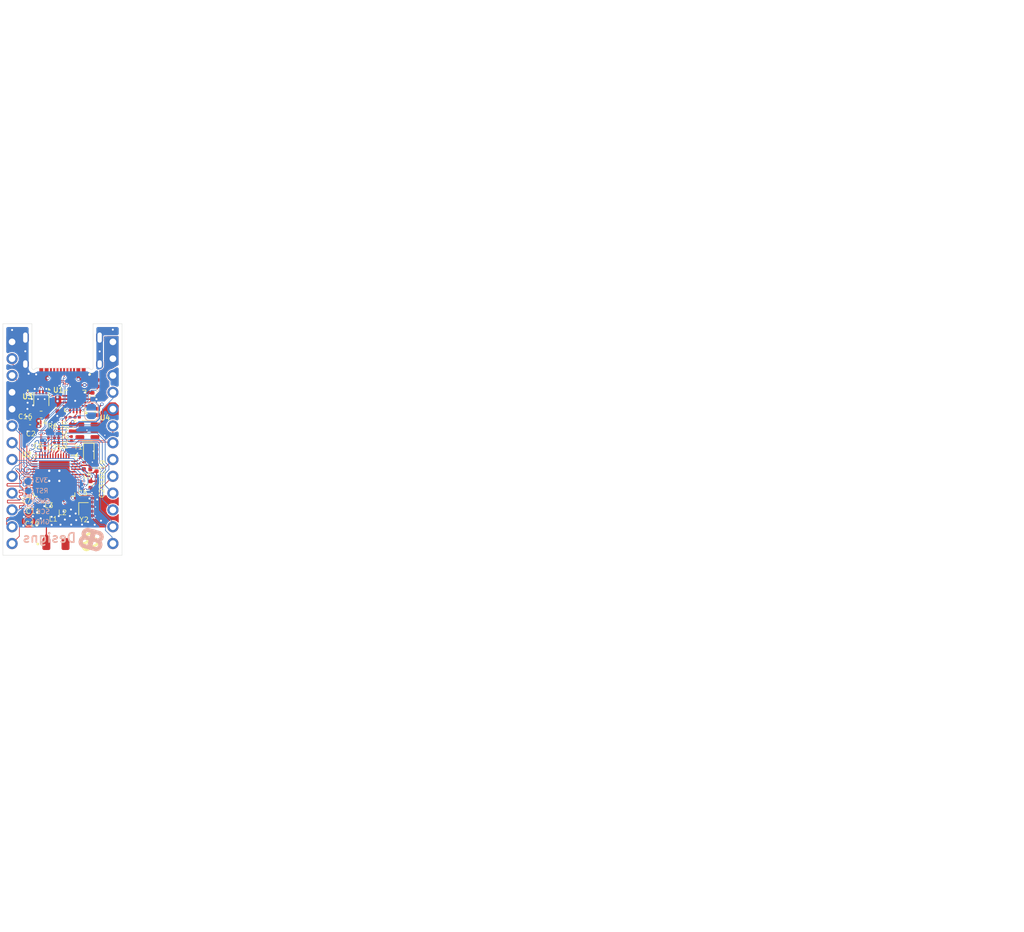
<source format=kicad_pcb>
(kicad_pcb (version 20241229) (generator "pcbnew") (generator_version "9.0")
  (title_block (title "nRF54 ProMicro") (date "2025-03-12") (rev "Proto") (company "BB Designs"))
  (layers (0 "F.Cu" signal) (4 "In1.Cu" signal) (6 "In2.Cu" signal) (2 "B.Cu" signal) (13 "F.Paste" user) (15 "B.Paste" user) (5 "F.SilkS" user "F.Silkscreen") (7 "B.SilkS" user "B.Silkscreen") (1 "F.Mask" user) (3 "B.Mask" user) (25 "Edge.Cuts" user))
  (net 0 "")
  (net 1 "VBUS")
  (net 2 "GND")
  (net 3 "3V3_VCC")
  (net 4 "VBAT")
  (net 5 "/BLE_PCB_ANT")
  (net 6 "/RF2")
  (net 7 "/RF1")
  (net 8 "/XL2")
  (net 9 "/XL1")
  (net 10 "/XC1")
  (net 11 "/XC2")
  (net 12 "/DECD")
  (net 13 "VEXT")
  (net 14 "/DECA")
  (net 15 "Net-(D1-A)")
  (net 16 "Net-(D2-A)")
  (net 17 "/BT_STAT")
  (net 20 "Net-(J1-CC2)")
  (net 21 "Net-(J1-CC1)")
  (net 22 "/P2.05_SPI_CS_L")
  (net 23 "/P1.11_I2CSDA_AIN4")
  (net 24 "/P1.13_TIMR10_AIN6")
  (net 25 "/P1.12_I2CSCL_AIN5")
  (net 26 "/UART_MCU_RX")
  (net 27 "/UART_MCU_TX")
  (net 28 "/P1.14_TIMR10_AIN7")
  (net 29 "Net-(JP1-B)")
  (net 30 "Net-(JP1-A)")
  (net 31 "/RF_BLE_ANT_NRF_IO")
  (net 32 "/3V3_SW")
  (net 33 "/DCC")
  (net 35 "/P2.09")
  (net 36 "/USB_D_N")
  (net 37 "/USB_D_P")
  (net 38 "Net-(U1-TS)")
  (net 39 "/RESETB")
  (net 40 "/SWD_CLK")
  (net 41 "/SWD_IO")
  (net 45 "/P2.03")
  (net 47 "/P1.09")
  (net 48 "/P1.03")
  (net 49 "/P2.02_SPI_SDO")
  (net 51 "/P0.00")
  (net 52 "/P1.06_AIN2")
  (net 53 "/P2.04_SPI_SDI")
  (net 54 "/USB_DRV")
  (net 56 "/P0.01")
  (net 57 "/P2.06_SPI_SCK")
  (net 58 "/AIN1_VBAT")
  (net 59 "/P0.03_PWM")
  (net 63 "/~{CHG_STAT}")
  (net 64 "/VEXT_DIS_L")
  (net 66 "5V5_VSYS")
  (footprint "Resistor_SMD:R_0201_0603Metric" (layer "F.Cu") (at 142.38 76.24 90)
    (property "Reference" "R7" (hide yes))
    (property "Value" "10K" (hide yes))
  )
  (footprint "Resistor_SMD:R_0201_0603Metric" (layer "F.Cu") (at 136.18 72.81 -90)
    (property "Reference" "R5" (hide yes))
    (property "Value" "5.1K 1%" (hide yes))
  )
  (footprint "Package_DFN_QFN:QFN-48-1EP_6x6mm_P0.4mm_EP4.6x4.6mm" (layer "F.Cu") (at 136.66 86.7 -90)
    (property "Reference" "U2")
    (property "Value" "nRF54L15")
  )
  (footprint "Inductor_SMD:L_0201_0603Metric" (layer "F.Cu") (at 136.86 91 90)
    (property "Reference" "L3")
    (property "Value" "2.7N" (hide yes))
  )
  (footprint "Capacitor_SMD:C_0402_1005Metric" (layer "F.Cu") (at 137.18 76.44 -90)
    (property "Reference" "C15" (hide yes))
    (property "Value" "10U" (hide yes))
  )
  (footprint "Capacitor_SMD:C_0402_1005Metric" (layer "F.Cu") (at 143.05 85.51 90)
    (property "Reference" "C19")
    (property "Value" "2.2U" (hide yes))
  )
  (footprint "Capacitor_SMD:C_0201_0603Metric" (layer "F.Cu") (at 135.25 82.15 90)
    (property "Reference" "C6")
    (property "Value" "100N" (hide yes))
  )
  (footprint "Package_DFN_QFN:VQFN-16-1EP_3x3mm_P0.5mm_EP1.6x1.6mm" (layer "F.Cu") (at 139.82 75.36 180)
    (property "Reference" "U1")
    (property "Value" "BQ24075RGT" (hide yes))
  )
  (footprint "Capacitor_SMD:C_0402_1005Metric" (layer "F.Cu") (at 133 78.62 180)
    (property "Reference" "C16")
    (property "Value" "4.7U" (hide yes))
  )
  (footprint "Resistor_SMD:R_0201_0603Metric" (layer "F.Cu") (at 137.37 79.86 90)
    (property "Reference" "R6")
    (property "Value" "1.2M 1%" (hide yes))
  )
  (footprint "Resistor_SMD:R_0201_0603Metric" (layer "F.Cu") (at 142.28 72.46 90)
    (property "Reference" "R14" (hide yes))
    (property "Value" "1.5K" (hide yes))
  )
  (footprint "Capacitor_SMD:C_0201_0603Metric" (layer "F.Cu") (at 142.41 92.38 -90)
    (property "Reference" "C17" (hide yes))
    (property "Value" "8P" (hide yes))
  )
  (footprint "Resistor_SMD:R_0201_0603Metric" (layer "F.Cu") (at 135.78 80.6 90)
    (property "Reference" "R1" (hide yes))
    (property "Value" "1.5K 1%" (hide yes))
  )
  (footprint "Resistor_SMD:R_0201_0603Metric" (layer "F.Cu") (at 140.12 77.84)
    (property "Reference" "R9" (hide yes))
    (property "Value" "10K" (hide yes))
  )
  (footprint "Crystal:Crystal_SMD_2012-2Pin_2.0x1.2mm" (layer "F.Cu") (at 141.87 82.97 -90)
    (property "Reference" "Y1")
    (property "Value" "32.768k" (hide yes))
  )
  (footprint "Resistor_SMD:R_0201_0603Metric" (layer "F.Cu") (at 137 80.91)
    (property "Reference" "R10" (hide yes))
    (property "Value" "4.5M 1%" (hide yes))
  )
  (footprint "Capacitor_SMD:C_0201_0603Metric" (layer "F.Cu") (at 140.96 90.09)
    (property "Reference" "C5")
    (property "Value" "100N" (hide yes))
  )
  (footprint "Package_TO_SOT_SMD:SOT-23-6" (layer "F.Cu") (at 141.67 79.89)
    (property "Reference" "U4")
    (property "Value" "TPS22917DBV" (hide yes))
  )
  (footprint "Capacitor_SMD:C_0201_0603Metric" (layer "F.Cu") (at 142.41 90.98 -90)
    (property "Reference" "C18" (hide yes))
    (property "Value" "8P" (hide yes))
  )
  (footprint "Capacitor_SMD:C_0201_0603Metric" (layer "F.Cu") (at 141.53 84.64)
    (property "Reference" "C4" (hide yes))
    (property "Value" "100N" (hide yes))
  )
  (footprint "Connector_PinHeader_2.54mm:PinHeader_1x13_P2.54mm_Vertical" (layer "F.Cu") (at 130.28 66.45)
    (property "Reference" "J2" (hide yes))
    (property "Value" "Conn_01x13_Socket" (hide yes))
  )
  (footprint "Capacitor_SMD:C_0201_0603Metric" (layer "F.Cu") (at 143.12 83.79 90)
    (property "Reference" "C14" (hide yes))
    (property "Value" "9P" (hide yes))
  )
  (footprint "Capacitor_SMD:C_0201_0603Metric" (layer "F.Cu") (at 138.85 91.22)
    (property "Reference" "C22" (hide yes))
    (property "Value" "10N" (hide yes))
  )
  (footprint "Capacitor_SMD:C_0402_1005Metric" (layer "F.Cu") (at 139.16 79.48 -90)
    (property "Reference" "C20")
    (property "Value" "10U" (hide yes))
  )
  (footprint "RF_Antenna:Johanson_2450AT18x100" (layer "F.Cu") (at 136.91 97.01)
    (property "Reference" "AE1" (hide yes))
    (property "Value" "Antenna_Chip" (hide yes))
  )
  (footprint "Capacitor_SMD:C_0201_0603Metric" (layer "F.Cu") (at 134.52 72.18 180)
    (property "Reference" "C1" (hide yes))
    (property "Value" "1U" (hide yes))
  )
  (footprint "Capacitor_SMD:C_0402_1005Metric" (layer "F.Cu") (at 143.19 77.04 90)
    (property "Reference" "C21" (hide yes))
    (property "Value" "4.7U" (hide yes))
  )
  (footprint "Capacitor_SMD:C_0201_0603Metric" (layer "F.Cu") (at 143.12 82.39 -90)
    (property "Reference" "C13" (hide yes))
    (property "Value" "9P" (hide yes))
  )
  (footprint "Inductor_SMD:L_0603_1608Metric" (layer "F.Cu") (at 134.67 77.43 180)
    (property "Reference" "L4")
    (property "Value" "2.2U" (hide yes))
  )
  (footprint "Capacitor_SMD:C_0402_1005Metric" (layer "F.Cu") (at 142.43 74.63 90)
    (property "Reference" "C9" (hide yes))
    (property "Value" "4.7U" (hide yes))
  )
  (footprint "Inductor_SMD:L_0402_1005Metric" (layer "F.Cu") (at 141.62 85.7 180)
    (property "Reference" "L5")
    (property "Value" "4.7U" (hide yes))
  )
  (footprint "Capacitor_SMD:C_0201_0603Metric" (layer "F.Cu") (at 140.62 83.59 90)
    (property "Reference" "C3" (hide yes))
    (property "Value" "100N" (hide yes))
  )
  (footprint "Capacitor_SMD:C_0402_1005Metric" (layer "F.Cu") (at 142.14 88.01 -90)
    (property "Reference" "C24" (hide yes))
    (property "Value" "2.2U" (hide yes))
  )
  (footprint "Oscillator:Oscillator_SMD_Abracon_ASCO-4Pin_1.6x1.2mm" (layer "F.Cu") (at 141.16 91.75)
    (property "Reference" "Y2")
    (property "Value" "32M" (hide yes))
  )
  (footprint "Inductor_SMD:L_0201_0603Metric" (layer "F.Cu") (at 136.52 92.05)
    (property "Reference" "L2")
    (property "Value" "3.5N" (hide yes))
  )
  (footprint "Capacitor_SMD:C_0201_0603Metric" (layer "F.Cu") (at 135.09 94.16 180)
    (property "Reference" "C10")
    (property "Value" "0.3P" (hide yes))
  )
  (footprint "Resistor_SMD:R_0201_0603Metric" (layer "F.Cu") (at 138.72 77.84 180)
    (property "Reference" "R8" (hide yes))
    (property "Value" "2K" (hide yes))
  )
  (footprint "Capacitor_SMD:C_0201_0603Metric" (layer "F.Cu") (at 133.11 79.43 180)
    (property "Reference" "C2")
    (property "Value" "27P" (hide yes))
  )
  (footprint "Resistor_SMD:R_0201_0603Metric" (layer "F.Cu") (at 133.47 72.54 90)
    (property "Reference" "R13" (hide yes))
    (property "Value" "1.5K" (hide yes))
  )
  (footprint "Capacitor_SMD:C_0201_0603Metric" (layer "F.Cu") (at 135.12 92.05 180)
    (property "Reference" "C11")
    (property "Value" "2.0P" (hide yes))
  )
  (footprint "Capacitor_SMD:C_0201_0603Metric" (layer "F.Cu") (at 132.46 88.96 -90)
    (property "Reference" "C7")
    (property "Value" "100N" (hide yes))
  )
  (footprint "Capacitor_SMD:C_0201_0603Metric" (layer "F.Cu") (at 137 81.63 180)
    (property "Reference" "C25")
    (property "Value" "10N" (hide yes))
  )
  (footprint "Package_SON:WSON-8-1EP_2x2mm_P0.5mm_EP0.9x1.6mm_ThermalVias" (layer "F.Cu") (at 134.7025 75.1025 -90)
    (property "Reference" "U3")
    (property "Value" "TPS62172DSG" (hide yes))
  )
  (footprint "Inductor_SMD:L_0201_0603Metric" (layer "F.Cu") (at 135.44 93.1 90)
    (property "Reference" "L1")
    (property "Value" "3.5N" (hide yes))
  )
  (footprint "LED_SMD:LED_0402_1005Metric" (layer "F.Cu") (at 132.65 72.7 90)
    (property "Reference" "D1" (hide yes))
    (property "Value" "GREEN" (hide yes))
  )
  (footprint "LED_SMD:LED_0402_1005Metric" (layer "F.Cu") (at 143.15 72.7 90)
    (property "Reference" "D2" (hide yes))
    (property "Value" "BLUE" (hide yes))
  )
  (footprint "Inductor_SMD:L_0201_0603Metric" (layer "F.Cu") (at 142.95 87.15 -90)
    (property "Reference" "L6")
    (property "Value" "120R @ 100MHz" (hide yes))
  )
  (footprint "Connector_PinHeader_2.54mm:PinHeader_1x13_P2.54mm_Vertical" (layer "F.Cu") (at 145.52 66.45)
    (property "Reference" "J3" (hide yes))
    (property "Value" "Conn_01x13_Socket" (hide yes))
  )
  (footprint "USBC:AMPHENOL_GSB1C4621DS1HR" (layer "F.Cu") (at 137.9 65.8 180)
    (property "Reference" "J1" (hide yes))
    (property "Value" "GSB1C4621DS1HR" (hide yes))
    (fp_line (start 4.62 2.1) (end 4.62 -4.6) (stroke (width 0.05)) (layer "Edge.Cuts"))
    (fp_line (start 3.937 -4.6) (end -3.937 -4.6) (stroke (width 0.05)) (layer "Edge.Cuts"))
    (fp_line (start -4.62 -4.6) (end -4.62 2.1) (stroke (width 0.05)) (layer "Edge.Cuts"))
    (fp_arc (start 4.1535 -4.725) (mid 4.434705 -4.841476) (end 4.62 -4.6) (stroke (width 0.05)) (layer "Edge.Cuts"))
    (fp_arc (start 4.1535 -4.725) (mid 4.061996 -4.633498) (end 3.937 -4.6) (stroke (width 0.05)) (layer "Edge.Cuts"))
    (fp_arc (start -3.937 -4.6) (mid -4.061997 -4.633495) (end -4.1535 -4.725) (stroke (width 0.05)) (layer "Edge.Cuts"))
    (fp_arc (start -4.62 -4.6) (mid -4.434708 -4.841478) (end -4.1535 -4.725) (stroke (width 0.05)) (layer "Edge.Cuts"))
  )
  (footprint "Capacitor_SMD:C_0201_0603Metric" (layer "F.Cu") (at 142.95 88.55 -90)
    (property "Reference" "C23")
    (property "Value" "10N" (hide yes))
  )
  (footprint "Capacitor_SMD:C_0201_0603Metric" (layer "F.Cu") (at 141.2 72.1)
    (property "Reference" "C8" (hide yes))
    (property "Value" "1U" (hide yes))
  )
  (footprint "Resistor_SMD:R_0201_0603Metric" (layer "F.Cu") (at 139.49 72.49 -90)
    (property "Reference" "R4" (hide yes))
    (property "Value" "5.1K 1%" (hide yes))
  )
  (footprint "Capacitor_SMD:C_0201_0603Metric" (layer "F.Cu") (at 137.57 91.08 90)
    (property "Reference" "C12" (hide yes))
    (property "Value" "1.5P" (hide yes))
  )
  (footprint "Resistor_SMD:R_0201_0603Metric" (layer "F.Cu") (at 139.26 81.09 -90)
    (property "Reference" "R12")
    (property "Value" "1M" (hide yes))
  )
  (footprint "Jumper:SolderJumper-2_P1.3mm_Open_RoundedPad1.0x1.5mm" (layer "B.Cu") (at 142.26 76.97 -90)
    (property "Reference" "JP1" (hide yes))
    (property "Value" "SolderJumper_2_Open" (hide yes))
  )
  (footprint "TestPoint:TestPoint_Pad_D1.0mm" (layer "B.Cu") (at 132.75 87.455 180)
    (property "Reference" "TP1" (hide yes))
    (property "Value" "TestPoint" (hide yes))
  )
  (footprint "TestPoint:TestPoint_Pad_D1.0mm" (layer "B.Cu") (at 132.75 88.9875 180)
    (property "Reference" "TP2" (hide yes))
    (property "Value" "TestPoint" (hide yes))
  )
  (footprint "TestPoint:TestPoint_Pad_D1.0mm" (layer "B.Cu") (at 132.75 92.0525 180)
    (property "Reference" "TP3" (hide yes))
    (property "Value" "TestPoint" (hide yes))
  )
  (footprint "TestPoint:TestPoint_Pad_D1.0mm" (layer "B.Cu") (at 132.75 90.52 180)
    (property "Reference" "TP4" (hide yes))
    (property "Value" "TestPoint" (hide yes))
  )
  (footprint "TestPoint:TestPoint_Pad_D1.0mm" (layer "B.Cu") (at 132.76 93.585 180)
    (property "Reference" "TP5" (hide yes))
    (property "Value" "TestPoint" (hide yes))
  )
  (gr_rect (start 140.9 71.21) (end 141.99 71.58) (stroke (width 0.2)) (fill yes) (layer "F.Cu") (net 2))
  (gr_rect (start 133.87 71.19) (end 134.9 71.54) (stroke (width 0.2)) (fill yes) (layer "F.Cu") (net 2))
  (gr_rect (start 140.14 70.87) (end 140.46 72.09) (stroke (width 0.2)) (fill yes) (layer "F.Cu") (net 1))
  (gr_rect (start 135.35 70.86) (end 135.66 72.11) (stroke (width 0.2)) (fill yes) (layer "F.Cu") (net 1))
  (gr_rect (start 133.9525 74.74) (end 135.47 75.46) (stroke (width 0.2)) (fill yes) (layer "B.Cu") (net 2))
  (gr_rect (start 139.08 74.63) (end 140.56 76.1) (stroke (width 0.2)) (fill yes) (layer "B.Cu") (net 2))
  (gr_line (start 146.9 98.7) (end 128.9 98.7) (stroke (width 0.05)) (layer "Edge.Cuts"))
  (gr_line (start 128.9 98.7) (end 128.9 63.7) (stroke (width 0.05)) (layer "Edge.Cuts"))
  (gr_line (start 146.9 63.7) (end 142.52 63.7) (stroke (width 0.05)) (layer "Edge.Cuts"))
  (gr_line (start 133.28 63.7) (end 128.9 63.7) (stroke (width 0.05)) (layer "Edge.Cuts"))
  (gr_line (start 146.9 63.7) (end 146.9 98.7) (stroke (width 0.05)) (layer "Edge.Cuts"))
  (gr_text "B" (at 143.12 97.35 30) (layer "F.SilkS") (effects (font (size 2 2) (thickness 0.4) (bold yes)) (justify left bottom mirror)))
  (gr_text "B" (at 141.89 98.07 30) (layer "F.SilkS") (effects (font (size 2 2) (thickness 0.4) (bold yes)) (justify left bottom)))
  (gr_text "B" (at 142.78 98.09 345) (layer "B.SilkS") (effects (font (size 2.5 2.5) (thickness 0.8)) (justify left bottom mirror)))
  (gr_text "3V3" (at 135.78 87.77 0) (layer "B.SilkS") (effects (font (size 0.7 0.7) (thickness 0.1) (bold yes)) (justify left bottom mirror)))
  (gr_text "SCK" (at 136.06 92.52 0) (layer "B.SilkS") (effects (font (size 0.7 0.7) (thickness 0.1) (bold yes)) (justify left bottom mirror)))
  (gr_text "Designs" (at 140.11 96.89 0) (layer "B.SilkS") (effects (font (size 1.4 1.4) (thickness 0.25) (bold yes)) (justify left bottom mirror)))
  (gr_text "RST" (at 135.82 89.37 0) (layer "B.SilkS") (effects (font (size 0.7 0.7) (thickness 0.1) (bold yes)) (justify left bottom mirror)))
  (gr_text "GND" (at 136.025 94.06 0) (layer "B.SilkS") (effects (font (size 0.7 0.7) (thickness 0.1) (bold yes)) (justify left bottom mirror)))
  (gr_text "B" (at 140.98 97.61 345) (layer "B.SilkS") (effects (font (size 2.5 2.5) (thickness 0.75)) (justify left bottom)))
  (gr_text "SWD" (at 136.03 90.94 0) (layer "B.SilkS") (effects (font (size 0.7 0.7) (thickness 0.1) (bold yes)) (justify left bottom mirror)))
  (segment (start 135.46 72.18) (end 135.69 71.95) (width 0.4) (layer "F.Cu") (net 1))
  (segment (start 135.5 71.63) (end 135.5 70.95) (width 0.2) (layer "F.Cu") (net 1))
  (segment (start 135.67 71.93) (end 135.67 71.8) (width 0.2) (layer "F.Cu") (net 1))
  (segment (start 140.31 72.1) (end 140.3 72.09) (width 0.4) (layer "F.Cu") (net 1))
  (segment (start 140.3 72.09) (end 140.3 70.95) (width 0.2) (layer "F.Cu") (net 1))
  (segment (start 140.88 72.1) (end 140.31 72.1) (width 0.4) (layer "F.Cu") (net 1))
  (segment (start 135.67 71.8) (end 135.5 71.63) (width 0.2) (layer "F.Cu") (net 1))
  (segment (start 134.84 72.18) (end 135.46 72.18) (width 0.4) (layer "F.Cu") (net 1))
  (segment (start 138.62 76.7975) (end 139.07 76.7975) (width 0.2) (layer "F.Cu") (net 1))
  (segment (start 135.69 71.95) (end 135.67 71.93) (width 0.2) (layer "F.Cu") (net 1))
  (via (at 140.3 72.09) (size 0.5) (drill 0.3) (layers "F.Cu" "B.Cu") (net 1))
  (via (at 138.62 76.7975) (size 0.5) (drill 0.3) (layers "F.Cu" "B.Cu") (net 1))
  (via (at 135.69 71.95) (size 0.5) (drill 0.3) (layers "F.Cu" "B.Cu") (net 1))
  (segment (start 133.78 73.67) (end 133.95 73.84) (width 0.2) (layer "F.Cu") (net 2))
  (segment (start 142.44 91.41) (end 142.34 91.31) (width 0.2) (layer "F.Cu") (net 2))
  (segment (start 142.89 91.41) (end 142.44 91.41) (width 0.2) (layer "F.Cu") (net 2))
  (segment (start 132.615 79.985) (end 132.44 79.81) (width 0.5) (layer "F.Cu") (net 2))
  (segment (start 142.34 91.31) (end 141.59 91.31) (width 0.2) (layer "F.Cu") (net 2))
  (segment (start 141.52 72.1) (end 141.52 71.45) (width 0.4) (layer "F.Cu") (net 2))
  (segment (start 133.78 73.62) (end 133.78 73.67) (width 0.2) (layer "F.Cu") (net 2))
  (segment (start 142.29 84.63) (end 142.28 84.64) (width 0.2) (layer "F.Cu") (net 2))
  (segment (start 136.79 80.41) (end 136.79 80.52) (width 0.1) (layer "F.Cu") (net 2))
  (segment (start 139.61 86.1) (end 137.59 86.1) (width 0.2) (layer "F.Cu") (net 2))
  (segment (start 133.6175 76.0525) (end 133.952499 76.0525) (width 0.2) (layer "F.Cu") (net 2))
  (segment (start 136.76 80.38) (end 136.79 80.41) (width 0.1) (layer "F.Cu") (net 2))
  (segment (start 132.6 76.58) (end 132.59 76.59) (width 0.2) (layer "F.Cu") (net 2))
  (segment (start 142.28 84.64) (end 141.85 84.64) (width 0.2) (layer "F.Cu") (net 2))
  (segment (start 136.71 80.88) (end 136.68 80.91) (width 0.1) (layer "F.Cu") (net 2))
  (segment (start 136.79 80.52) (end 136.71 80.6) (width 0.1) (layer "F.Cu") (net 2))
  (segment (start 132.5 78.48) (end 132.5 77.72) (width 0.5) (layer "F.Cu") (net 2))
  (segment (start 140.07 73.9225) (end 140.07 75.11) (width 0.2) (layer "F.Cu") (net 2))
  (segment (start 142.61 89.24) (end 142.95 88.9) (width 0.2) (layer "F.Cu") (net 2))
  (segment (start 140.07 75.11) (end 139.82 75.36) (width 0.2) (layer "F.Cu") (net 2))
  (segment (start 137.59 86.1) (end 137.425 85.935) (width 0.2) (layer "F.Cu") (net 2))
  (segment (start 140.79 92.66) (end 140.79 92.41) (width 0.2) (layer "F.Cu") (net 2))
  (segment (start 139.095 73.205) (end 139.07 73.205) (width 0.1) (layer "F.Cu") (net 2))
  (segment (start 142.95 88.9) (end 142.95 88.87) (width 0.2) (layer "F.Cu") (net 2))
  (segment (start 136.68 80.91) (end 136.68 81.63) (width 0.1) (layer "F.Cu") (net 2))
  (segment (start 142.42 84.63) (end 142.29 84.63) (width 0.2) (layer "F.Cu") (net 2))
  (segment (start 140.17 83.26) (end 140.61 83.26) (width 0.2) (layer "F.Cu") (net 2))
  (segment (start 142.57 82.97) (end 142.83 82.71) (width 0.1) (layer "F.Cu") (net 2))
  (segment (start 140.07 76.7975) (end 140.07 75.61) (width 0.2) (layer "F.Cu") (net 2))
  (segment (start 132.5 77.72) (end 132.5 76.68) (width 0.5) (layer "F.Cu") (net 2))
  (segment (start 142.14 88.42) (end 142.14 89.02) (width 0.2) (layer "F.Cu") (net 2))
  (segment (start 141.35 71.45) (end 141.52 71.45) (width 0.2) (layer "F.Cu") (net 2))
  (segment (start 137.145 77.03) (end 137.145 76.905) (width 0.5) (layer "F.Cu") (net 2))
  (segment (start 141.93 90.09) (end 141.97 90.13) (width 0.1) (layer "F.Cu") (net 2))
  (segment (start 136.71 80.6) (end 136.71 80.88) (width 0.1) (layer "F.Cu") (net 2))
  (segment (start 141.2575 74.11) (end 141.2675 74.1) (width 0.5) (layer "F.Cu") (net 2))
  (segment (start 139.49 72.81) (end 139.095 73.205) (width 0.1) (layer "F.Cu") (net 2))
  (segment (start 133.605 76.04) (end 133.6175 76.0525) (width 0.2) (layer "F.Cu") (net 2))
  (segment (start 143.12 83.47) (end 142.62 82.97) (width 0.1) (layer "F.Cu") (net 2))
  (segment (start 141.2575 74.11) (end 141.2575 74.61) (width 0.2) (layer "F.Cu") (net 2))
  (segment (start 134.7 71.05) (end 134.7 70.95) (width 0.4) (layer "F.Cu") (net 2))
  (segment (start 137.14 77.035) (end 137.145 77.03) (width 0.5) (layer "F.Cu") (net 2))
  (segment (start 132.5 76.68) (end 132.6 76.58) (width 0.5) (layer "F.Cu") (net 2))
  (segment (start 139.8 77.6) (end 139.8 77.84) (width 0.1) (layer "F.Cu") (net 2))
  (segment (start 137.26 87.63) (end 137.425 87.465) (width 0.2) (layer "F.Cu") (net 2))
  (segment (start 143.5 76.24) (end 143.5 76.25) (width 0.2) (layer "F.Cu") (net 2))
  (segment (start 134.2 72.18) (end 134.2 71.55) (width 0.4) (layer "F.Cu") (net 2))
  (segment (start 142.86 92.77) (end 142.48 92.77) (width 0.2) (layer "F.Cu") (net 2))
  (segment (start 143.86 75.87) (end 143.86 75.88) (width 0.2) (layer "F.Cu") (net 2))
  (segment (start 132.44 79.69) (end 132.47 79.66) (width 0.5) (layer "F.Cu") (net 2))
  (segment (start 142.65 84.63) (end 143.05 85.03) (width 0.2) (layer "F.Cu") (net 2))
  (segment (start 133.72 73.56) (end 133.78 73.62) (width 0.2) (layer "F.Cu") (net 2))
  (segment (start 132.46 89.5) (end 132.21 89.75) (width 0.2) (layer "F.Cu") (net 2))
  (segment (start 140.07 77.33) (end 139.8 77.6) (width 0.1) (layer "F.Cu") (net 2))
  (segment (start 142.14 89.02) (end 142.36 89.24) (width 0.2) (layer "F.Cu") (net 2))
  (segment (start 141.5975 79.79) (end 141.4975 79.89) (width 0.5) (layer "F.Cu") (net 2))
  (segment (start 137.11 77.64) (end 137.14 77.61) (width 0.5) (layer "F.Cu") (net 2))
  (segment (start 141.2675 74.1) (end 142.38 74.1) (width 0.5) (layer "F.Cu") (net 2))
  (segment (start 143.5 76.25) (end 143.19 76.56) (width 0.2) (layer "F.Cu") (net 2))
  (segment (start 135.25 81.31) (end 135.25 81.83) (width 0.2) (layer "F.Cu") (net 2))
  (segment (start 132.47 78.51) (end 132.5 78.48) (width 0.5) (layer "F.Cu") (net 2))
  (segment (start 133.95 74.150001) (end 133.952499 74.1525) (width 0.2) (layer "F.Cu") (net 2))
  (segment (start 140.98 92.85) (end 140.79 92.66) (width 0.2) (layer "F.Cu") (net 2))
  (segment (start 141.28 90.09) (end 141.93 90.09) (width 0.2) (layer "F.Cu") (net 2))
  (segment (start 140.07 75.61) (end 139.82 75.36) (width 0.1) (layer "F.Cu") (net 2))
  (segment (start 141.1 71.2) (end 141.35 71.45) (width 0.2) (layer "F.Cu") (net 2))
  (segment (start 142.48 92.77) (end 142.4 92.85) (width 0.2) (layer "F.Cu") (net 2))
  (segment (start 139.04 77.84) (end 139.8 77.84) (width 0.1) (layer "F.Cu") (net 2))
  (segment (start 142.38 76.56) (end 143.19 76.56) (width 0.2) (layer "F.Cu") (net 2))
  (segment (start 137.14 77.61) (end 137.14 77.035) (width 0.5) (layer "F.Cu") (net 2))
  (segment (start 132.46 89.28) (end 132.46 89.5) (width 0.2) (layer "F.Cu") (net 2))
  (segment (start 134.2 71.55) (end 134.7 71.05) (width 0.4) (layer "F.Cu") (net 2))
  (segment (start 137.57 90.56) (end 137.26 90.25) (width 0.2) (layer "F.Cu") (net 2))
  (segment (start 143.86 75.88) (end 143.5 76.24) (width 0.2) (layer "F.Cu") (net 2))
  (segment (start 132.44 79.81) (end 132.44 79.69) (width 0.5) (layer "F.Cu") (net 2))
  (segment (start 139.07 73.205) (end 139.07 73.9225) (width 0.2) (layer "F.Cu") (net 2))
  (segment (start 141.93 71.45) (end 141.95 71.43) (width 0.2) (layer "F.Cu") (net 2))
  (segment (start 142.36 89.24) (end 142.61 89.24) (width 0.2) (layer "F.Cu") (net 2))
  (segment (start 142.83 82.71) (end 143.12 82.71) (width 0.1) (layer "F.Cu") (net 2))
  (segment (start 141.4975 79.89) (end 140.5325 79.89) (width 0.5) (layer "F.Cu") (net 2))
  (segment (start 135.46 73.56) (end 135.89 73.13) (width 0.1) (layer "F.Cu") (net 2))
  (segment (start 137.26 90.25) (end 137.26 87.63) (width 0.2) (layer "F.Cu") (net 2))
  (segment (start 135.46 73.56) (end 135.46 74.2025) (width 0.2) (layer "F.Cu") (net 2))
  (segment (start 142.42 84.63) (end 142.65 84.63) (width 0.2) (layer "F.Cu") (net 2))
  (segment (start 137.57 90.76) (end 137.57 90.56) (width 0.2) (layer "F.Cu") (net 2))
  (segment (start 133.95 73.84) (end 133.95 74.150001) (width 0.2) (layer "F.Cu") (net 2))
  (segment (start 140.07 76.7975) (end 140.07 77.33) (width 0.1) (layer "F.Cu") (net 2))
  (segment (start 142.38 74.1) (end 142.43 74.15) (width 0.5) (layer "F.Cu") (net 2))
  (segment (start 142.4 92.85) (end 140.98 92.85) (width 0.2) (layer "F.Cu") (net 2))
  (segment (start 140.61 83.26) (end 140.62 83.27) (width 0.2) (layer "F.Cu") (net 2))
  (segment (start 133.7 73.56) (end 133.72 73.56) (width 0.2) (layer "F.Cu") (net 2))
  (segment (start 140.4625 79.96) (end 140.5325 79.89) (width 0.5) (layer "F.Cu") (net 2))
  (segment (start 142.57 82.97) (end 142.6 82.94) (width 0.1) (layer "F.Cu") (net 2))
  (segment (start 142.62 82.97) (end 142.57 82.97) (width 0.1) (layer "F.Cu") (net 2))
  (segment (start 135.46 73.56) (end 135.48 73.58) (width 0.1) (layer "F.Cu") (net 2))
  (segment (start 133.46 76.04) (end 133.605 76.04) (width 0.2) (layer "F.Cu") (net 2))
  (segment (start 141.52 71.45) (end 141.93 71.45) (width 0.2) (layer "F.Cu") (net 2))
  (segment (start 139.16 79.96) (end 140.4625 79.96) (width 0.5) (layer "F.Cu") (net 2))
  (segment (start 135.89 73.13) (end 136.18 73.13) (width 0.1) (layer "F.Cu") (net 2))
  (segment (start 132.47 79.66) (end 132.47 78.51) (width 0.5) (layer "F.Cu") (net 2))
  (via (at 137.6 94.08) (size 0.5) (drill 0.3) (layers "F.Cu" "B.Cu") (net 2))
  (via (at 133.42 92.82) (size 0.5) (drill 0.3) (layers "F.Cu" "B.Cu") (net 2))
  (via (at 137.4 73.06) (size 0.35) (drill 0.2) (layers "F.Cu" "B.Cu") (net 2))
  (via (at 140.87 88.35) (size 0.35) (drill 0.2) (layers "F.Cu" "B.Cu") (net 2))
  (via (at 141.77 93.67) (size 0.5) (drill 0.3) (layers "F.Cu" "B.Cu") (net 2))
  (via (at 133.33 82.09) (size 0.35) (drill 0.2) (layers "F.Cu" "B.Cu") (net 2))
  (via (at 133.92 71.37) (size 0.5) (drill 0.3) (layers "F.Cu" "B.Cu") (net 2))
  (via (at 133.85 80.44) (size 0.35) (drill 0.2) (layers "F.Cu" "B.Cu") (net 2))
  (via (at 144.3 80.56) (size 0.35) (drill 0.2) (layers "F.Cu" "B.Cu") (net 2))
  (via (at 139.82 75.36) (size 0.5) (drill 0.3) (layers "F.Cu" "B.Cu") (net 2))
  (via (at 135.895 87.465) (size 0.6) (drill 0.35) (layers "F.Cu" "B.Cu") (net 2))
  (via (at 136.76 80.38) (size 0.35) (drill 0.2) (layers "F.Cu" "B.Cu") (net 2))
  (via (at 132.28 67.87) (size 0.5) (drill 0.3) (layers "F.Cu" "B.Cu") (net 2))
  (via (at 142.86 92.77) (size 0.35) (drill 0.2) (layers "F.Cu" "B.Cu") (net 2))
  (via (at 140.73 89.13) (size 0.35) (drill 0.2) (layers "F.Cu" "B.Cu") (net 2))
  (via (at 141.2575 74.11) (size 0.5) (drill 0.3) (layers "F.Cu" "B.Cu") (net 2))
  (via (at 132.5 77.72) (size 0.5) (drill 0.3) (layers "F.Cu" "B.Cu") (net 2))
  (via (at 135.25 81.31) (size 0.35) (drill 0.2) (layers "F.Cu" "B.Cu") (net 2))
  (via (at 132.615 79.985) (size 0.5) (drill 0.3) (layers "F.Cu" "B.Cu") (net 2))
  (via (at 139.07 73.205) (size 0.35) (drill 0.2) (layers "F.Cu" "B.Cu") (net 2))
  (via (at 132.21 89.75) (size 0.35) (drill 0.2) (layers "F.Cu" "B.Cu") (net 2))
  (via (at 136.06 91.28) (size 0.5) (drill 0.3) (layers "F.Cu" "B.Cu") (net 2))
  (via (at 143.86 75.87) (size 0.5) (drill 0.3) (layers "F.Cu" "B.Cu") (net 2))
  (via (at 134.61 93.13) (size 0.5) (drill 0.3) (layers "F.Cu" "B.Cu") (net 2))
  (via (at 134.02 94.16) (size 0.5) (drill 0.3) (layers "F.Cu" "B.Cu") (net 2))
  (via (at 142.36 89.24) (size 0.35) (drill 0.2) (layers "F.Cu" "B.Cu") (net 2))
  (via (at 142.57 82.97) (size 0.35) (drill 0.2) (layers "F.Cu" "B.Cu") (net 2))
  (via (at 139.97 93.39) (size 0.5) (drill 0.3) (layers "F.Cu" "B.Cu") (net 2))
  (via (at 138.06 92.11) (size 0.5) (drill 0.3) (layers "F.Cu" "B.Cu") (net 2))
  (via (at 137.335 92.78) (size 0.5) (drill 0.3) (layers "F.Cu" "B.Cu") (net 2))
  (via (at 140.17 83.26) (size 0.35) (drill 0.2) (layers "F.Cu" "B.Cu") (net 2))
  (via (at 132.07 92.89) (size 0.5) (drill 0.3) (layers "F.Cu" "B.Cu") (net 2))
  (via (at 142.42 84.63) (size 0.35) (drill 0.2) (layers "F.Cu" "B.Cu") (net 2))
  (via (at 139.18 91.79) (size 0.5) (drill 0.3) (layers "F.Cu" "B.Cu") (net 2))
  (via (at 134.05 92.19) (size 0.5) (drill 0.3) (layers "F.Cu" "B.Cu") (net 2))
  (via (at 141.95 71.43) (size 0.5) (drill 0.3) (layers "F.Cu" "B.Cu") (net 2))
  (via (at 141.97 90.13) (size 0.5) (drill 0.3) (layers "F.Cu" "B.Cu") (net 2))
  (via (at 133.28 75.09) (size 0.5) (drill 0.3) (layers "F.Cu" "B.Cu") (net 2))
  (via (at 137.425 85.935) (size 0.6) (drill 0.35) (layers "F.Cu" "B.Cu") (net 2))
  (via (at 142.77 94.09) (size 0.5) (drill 0.3) (layers "F.Cu" "B.Cu") (net 2))
  (via (at 143.72 93.48) (size 0.5) (drill 0.3) (layers "F.Cu" "B.Cu") (net 2))
  (via (at 132.78 71.27) (size 0.5) (drill 0.3) (layers "F.Cu" "B.Cu") (net 2))
  (via (at 135.46 73.56) (size 0.5) (drill 0.3) (layers "F.Cu" "B.Cu") (net 2))
  (via (at 145.51 64.6) (size 0.5) (drill 0.3) (layers "F.Cu" "B.Cu") (net 2))
  (via (at 143.52 67.89) (size 0.5) (drill 0.3) (layers "F.Cu" "B.Cu") (net 2))
  (via (at 132.6 76.58) (size 0.5) (drill 0.3) (layers "F.Cu" "B.Cu") (net 2))
  (via (at 136.26 92.895) (size 0.5) (drill 0.3) (layers "F.Cu" "B.Cu") (net 2))
  (via (at 135.15 91.28) (size 0.5) (drill 0.3) (layers "F.Cu" "B.Cu") (net 2))
  (via (at 137.425 87.465) (size 0.6) (drill 0.35) (layers "F.Cu" "B.Cu") (net 2))
  (via (at 132.63 75.65) (size 0.5) (drill 0.3) (layers "F.Cu" "B.Cu") (net 2))
  (via (at 136.26 94.115) (size 0.5) (drill 0.3) (layers "F.Cu" "B.Cu") (net 2))
  (via (at 136.3 78.55) (size 0.35) (drill 0.2) (layers "F.Cu" "B.Cu") (net 2))
  (via (at 137.11 77.64) (size 0.5) (drill 0.3) (layers "F.Cu" "B.Cu") (net 2))
  (via (at 135.895 85.935) (size 0.6) (drill 0.35) (layers "F.Cu" "B.Cu") (net 2))
  (via (at 141.5975 79.79) (size 0.35) (drill 0.2) (layers "F.Cu" "B.Cu") (net 2))
  (via (at 139.015 92.775) (size 0.5) (drill 0.3) (layers "F.Cu" "B.Cu") (net 2))
  (via (at 140.86 94.07) (size 0.5) (drill 0.3) (layers "F.Cu" "B.Cu") (net 2))
  (via (at 139.89 92.395) (size 0.5) (drill 0.3) (layers "F.Cu" "B.Cu") (net 2))
  (via (at 133.46 76.04) (size 0.5) (drill 0.3) (layers "F.Cu" "B.Cu") (net 2))
  (via (at 130.28 64.65) (size 0.5) (drill 0.3) (layers "F.Cu" "B.Cu") (net 2))
  (via (at 138.26 93.305) (size 0.5) (drill 0.3) (layers "F.Cu" "B.Cu") (net 2))
  (via (at 133.7 73.56) (size 0.5) (drill 0.3) (layers "F.Cu" "B.Cu") (net 2))
  (via (at 139.22 94.07) (size 0.5) (drill 0.3) (layers "F.Cu" "B.Cu") (net 2))
  (via (at 131.98 94.245) (size 0.5) (drill 0.3) (layers "F.Cu" "B.Cu") (net 2))
  (via (at 143.15 90.27) (size 0.5) (drill 0.3) (layers "F.Cu" "B.Cu") (net 2))
  (via (at 142.89 91.41) (size 0.35) (drill 0.2) (layers "F.Cu" "B.Cu") (net 2))
  (segment (start 132.17 88.04) (end 132.229999 88.099999) (width 0.2) (layer "F.Cu") (net 3))
  (segment (start 140.22 84.3) (end 140.2 84.3) (width 0.2) (layer "F.Cu") (net 3))
  (segment (start 135.255 82.96) (end 135.255 83.165) (width 0.2) (layer "F.Cu") (net 3))
  (segment (start 135.255 83.165) (end 135.26 83.17) (width 0.2) (layer "F.Cu") (net 3))
  (segment (start 140.74 84.64) (end 141.21 84.64) (width 0.2) (layer "F.Cu") (net 3))
  (segment (start 139.48 90.05) (end 139.39 90.14) (width 0.2) (layer "F.Cu") (net 3))
  (segment (start 140.01 90.06) (end 140.04 90.09) (width 0.4) (layer "F.Cu") (net 3))
  (segment (start 135.25 82.955) (end 135.25 82.47) (width 0.2) (layer "F.Cu") (net 3))
  (segment (start 139.08 89.65) (end 138.86 89.65) (width 0.2) (layer "F.Cu") (net 3))
  (segment (start 135.255 82.96) (end 135.25 82.955) (width 0.2) (layer "F.Cu") (net 3))
  (segment (start 132.46 88.139999) (end 132.360001 88.04) (width 0.2) (layer "F.Cu") (net 3))
  (segment (start 135.26 83.17) (end 135.26 83.749999) (width 0.2) (layer "F.Cu") (net 3))
  (segment (start 135.26 83.749999) (end 135.260001 83.75) (width 0.2) (layer "F.Cu") (net 3))
  (segment (start 132.46 88.64) (end 132.46 88.139999) (width 0.2) (layer "F.Cu") (net 3))
  (segment (start 140.04 90.09) (end 140.64 90.09) (width 0.4) (layer "F.Cu") (net 3))
  (segment (start 140 84.5) (end 139.61 84.5) (width 0.2) (layer "F.Cu") (net 3))
  (segment (start 140.38 84.9) (end 139.61 84.9) (width 0.2) (layer "F.Cu") (net 3))
  (segment (start 139.48 90.05) (end 139.49 90.06) (width 0.4) (layer "F.Cu") (net 3))
  (segment (start 140.73 84.65) (end 140.74 84.64) (width 0.2) (layer "F.Cu") (net 3))
  (segment (start 140.28 84.24) (end 140.22 84.3) (width 0.2) (layer "F.Cu") (net 3))
  (segment (start 140.28 84.24) (end 140.29 84.24) (width 0.2) (layer "F.Cu") (net 3))
  (segment (start 140.2 84.3) (end 140 84.5) (width 0.2) (layer "F.Cu") (net 3))
  (segment (start 132.360001 88.04) (end 132.17 88.04) (width 0.2) (layer "F.Cu") (net 3))
  (segment (start 140.29 84.24) (end 140.62 83.91) (width 0.2) (layer "F.Cu") (net 3))
  (segment (start 140.58 84.7) (end 140.38 84.9) (width 0.2) (layer "F.Cu") (net 3))
  (segment (start 132.229999 88.099999) (end 133.71 88.099999) (width 0.2) (layer "F.Cu") (net 3))
  (segment (start 139.48 90.05) (end 139.08 89.65) (width 0.2) (layer "F.Cu") (net 3))
  (segment (start 139.49 90.06) (end 140.01 90.06) (width 0.4) (layer "F.Cu") (net 3))
  (via (at 134.31 79.19) (size 0.5) (drill 0.3) (layers "F.Cu" "B.Cu") (net 3))
  (via (at 139.48 90.05) (size 0.5) (drill 0.3) (layers "F.Cu" "B.Cu") (net 3))
  (via (at 140.28 84.24) (size 0.35) (drill 0.2) (layers "F.Cu" "B.Cu") (net 3))
  (via (at 132.17 88.04) (size 0.5) (drill 0.3) (layers "F.Cu" "B.Cu") (net 3))
  (via (at 135.255 82.96) (size 0.35) (drill 0.2) (layers "F.Cu" "B.Cu") (net 3))
  (via (at 134.29 78.39) (size 0.5) (drill 0.3) (layers "F.Cu" "B.Cu") (net 3))
  (via (at 140.73 84.65) (size 0.35) (drill 0.2) (layers "F.Cu" "B.Cu") (net 3))
  (segment (start 132.175 88.035) (end 132.175 88.03) (width 0.2) (layer "B.Cu") (net 3))
  (segment (start 132.175 88.03) (end 132.75 87.455) (width 0.2) (layer "B.Cu") (net 3))
  (segment (start 132.17 88.04) (end 132.175 88.035) (width 0.2) (layer "B.Cu") (net 3))
  (segment (start 142.43 75.11) (end 143.03 75.11) (width 0.2) (layer "F.Cu") (net 4))
  (segment (start 141.2575 75.61) (end 141.93 75.61) (width 0.2) (layer "F.Cu") (net 4))
  (segment (start 137.37 79.54) (end 137.37 78.86) (width 0.2) (layer "F.Cu") (net 4))
  (segment (start 141.2575 75.11) (end 142.43 75.11) (width 0.2) (layer "F.Cu") (net 4))
  (segment (start 137.37 78.86) (end 137.39 78.84) (width 0.2) (layer "F.Cu") (net 4))
  (segment (start 141.93 75.61) (end 142.43 75.11) (width 0.2) (layer "F.Cu") (net 4))
  (via (at 137.39 78.84) (size 0.5) (drill 0.3) (layers "F.Cu" "B.Cu") (net 4))
  (via (at 143.03 75.11) (size 0.5) (drill 0.3) (layers "F.Cu" "B.Cu") (net 4))
  (segment (start 143.48 78.04) (end 143.48 76.21) (width 0.2) (layer "B.Cu") (net 4))
  (segment (start 137.39 78.84) (end 137.61 79.06) (width 0.2) (layer "B.Cu") (net 4))
  (segment (start 137.61 79.06) (end 139.88 79.06) (width 0.2) (layer "B.Cu") (net 4))
  (segment (start 143.48 76.21) (end 143.03 75.76) (width 0.2) (layer "B.Cu") (net 4))
  (segment (start 139.88 79.06) (end 140.4 78.54) (width 0.2) (layer "B.Cu") (net 4))
  (segment (start 143.03 75.76) (end 143.03 75.11) (width 0.2) (layer "B.Cu") (net 4))
  (segment (start 140.4 78.54) (end 142.98 78.54) (width 0.2) (layer "B.Cu") (net 4))
  (segment (start 142.98 78.54) (end 143.48 78.04) (width 0.2) (layer "B.Cu") (net 4))
  (segment (start 135.44 94.12) (end 135.47 94.15) (width 0.18) (layer "F.Cu") (net 5))
  (segment (start 135.47 97) (end 135.46 97.01) (width 0.18) (layer "F.Cu") (net 5))
  (segment (start 135.44 93.42) (end 135.44 94.12) (width 0.18) (layer "F.Cu") (net 5))
  (segment (start 135.47 94.15) (end 135.47 97) (width 0.18) (layer "F.Cu") (net 5))
  (segment (start 135.44 92.05) (end 135.44 92.78) (width 0.18) (layer "F.Cu") (net 6))
  (segment (start 136.2 92.05) (end 135.44 92.05) (width 0.18) (layer "F.Cu") (net 6))
  (segment (start 136.86 91.32) (end 136.86 92.03) (width 0.18) (layer "F.Cu") (net 7))
  (segment (start 137.57 91.4) (end 136.94 91.4) (width 0.18) (layer "F.Cu") (net 7))
  (segment (start 136.86 92.03) (end 136.84 92.05) (width 0.18) (layer "F.Cu") (net 7))
  (segment (start 136.94 91.4) (end 136.86 91.32) (width 0.18) (layer "F.Cu") (net 7))
  (segment (start 142.07 82.07) (end 141.87 82.27) (width 0.1) (layer "F.Cu") (net 8))
  (segment (start 141.87 82.27) (end 141.69 82.45) (width 0.1) (layer "F.Cu") (net 8))
  (segment (start 138.46 83.34) (end 138.46 83.75) (width 0.1) (layer "F.Cu") (net 8))
  (segment (start 141.69 82.45) (end 139.35 82.45) (width 0.1) (layer "F.Cu") (net 8))
  (segment (start 139.35 82.45) (end 138.46 83.34) (width 0.1) (layer "F.Cu") (net 8))
  (segment (start 143.12 82.07) (end 142.07 82.07) (width 0.1) (layer "F.Cu") (net 8))
  (segment (start 139.62 82.75) (end 138.86 83.51) (width 0.1) (layer "F.Cu") (net 9))
  (segment (start 141.68 83.67) (end 140.76 82.75) (width 0.1) (layer "F.Cu") (net 9))
  (segment (start 141.87 83.67) (end 141.68 83.67) (width 0.1) (layer "F.Cu") (net 9))
  (segment (start 142.57 84.11) (end 142.13 83.67) (width 0.1) (layer "F.Cu") (net 9))
  (segment (start 138.86 83.51) (end 138.86 83.75) (width 0.1) (layer "F.Cu") (net 9))
  (segment (start 143.12 84.11) (end 142.57 84.11) (width 0.1) (layer "F.Cu") (net 9))
  (segment (start 140.76 82.75) (end 139.62 82.75) (width 0.1) (layer "F.Cu") (net 9))
  (segment (start 142.13 83.67) (end 141.87 83.67) (width 0.1) (layer "F.Cu") (net 9))
  (segment (start 140.43 91.75) (end 139.465 90.785) (width 0.1) (layer "F.Cu") (net 10))
  (segment (start 141.59 92.23) (end 141.11 91.75) (width 0.1) (layer "F.Cu") (net 10))
  (segment (start 138.775 90.785) (end 138.059999 90.069999) (width 0.1) (layer "F.Cu") (net 10))
  (segment (start 138.059999 90.069999) (end 138.059999 89.65) (width 0.1) (layer "F.Cu") (net 10))
  (segment (start 141.8 92.06) (end 141.56 92.3) (width 0.1) (layer "F.Cu") (net 10))
  (segment (start 141.59 92.33) (end 141.59 92.23) (width 0.1) (layer "F.Cu") (net 10))
  (segment (start 141.11 91.75) (end 140.43 91.75) (width 0.1) (layer "F.Cu") (net 10))
  (segment (start 139.465 90.785) (end 138.775 90.785) (width 0.1) (layer "F.Cu") (net 10))
  (segment (start 142.41 92.06) (end 141.8 92.06) (width 0.1) (layer "F.Cu") (net 10))
  (segment (start 141.25 90.61) (end 140.66 91.2) (width 0.1) (layer "F.Cu") (net 11))
  (segment (start 138.88 90.52) (end 138.46 90.1) (width 0.1) (layer "F.Cu") (net 11))
  (segment (start 138.46 90.1) (end 138.46 89.65) (width 0.1) (layer "F.Cu") (net 11))
  (segment (start 140.66 91.2) (end 140.29 91.2) (width 0.1) (layer "F.Cu") (net 11))
  (segment (start 140.29 91.2) (end 139.61 90.52) (width 0.1) (layer "F.Cu") (net 11))
  (segment (start 142.44 90.69) (end 142.36 90.61) (width 0.1) (layer "F.Cu") (net 11))
  (segment (start 139.61 90.52) (end 138.88 90.52) (width 0.1) (layer "F.Cu") (net 11))
  (segment (start 142.36 90.61) (end 141.25 90.61) (width 0.1) (layer "F.Cu") (net 11))
  (segment (start 143.05 86.73) (end 142.95 86.83) (width 0.2) (layer "F.Cu") (net 12))
  (segment (start 141.135 85.7) (end 141.135 85.755) (width 0.2) (layer "F.Cu") (net 12))
  (segment (start 141.135 85.755) (end 141.65 86.27) (width 0.2) (layer "F.Cu") (net 12))
  (segment (start 141.65 86.27) (end 142.56 86.27) (width 0.2) (layer "F.Cu") (net 12))
  (segment (start 143.05 85.99) (end 143.05 86.73) (width 0.2) (layer "F.Cu") (net 12))
  (segment (start 142.56 86.27) (end 142.84 85.99) (width 0.2) (layer "F.Cu") (net 12))
  (segment (start 141.135 85.7) (end 139.61 85.7) (width 0.2) (layer "F.Cu") (net 12))
  (segment (start 142.84 85.99) (end 143.05 85.99) (width 0.2) (layer "F.Cu") (net 12))
  (segment (start 142.8075 79.89) (end 143.9 79.89) (width 0.4) (layer "F.Cu") (net 13))
  (segment (start 143.825 78.935) (end 143.835 78.945) (width 0.4) (layer "F.Cu") (net 13))
  (segment (start 143.9 79.89) (end 143.905 79.885) (width 0.4) (layer "F.Cu") (net 13))
  (segment (start 143.19 77.52) (end 144.61 77.52) (width 0.2) (layer "F.Cu") (net 13))
  (segment (start 143.835 78.945) (end 143.945 78.945) (width 0.4) (layer "F.Cu") (net 13))
  (segment (start 142.8075 78.94) (end 142.8125 78.935) (width 0.4) (layer "F.Cu") (net 13))
  (segment (start 143.905 79.885) (end 144.02 79.885) (width 0.4) (layer "F.Cu") (net 13))
  (segment (start 144.61 77.52) (end 145.52 76.61) (width 0.2) (layer "F.Cu") (net 13))
  (segment (start 142.8125 78.935) (end 143.825 78.935) (width 0.4) (layer "F.Cu") (net 13))
  (segment (start 138.15 90.75) (end 138.15 90.84) (width 0.2) (layer "F.Cu") (net 14))
  (segment (start 141.56 86.77) (end 142.26 86.77) (width 0.2) (layer "F.Cu") (net 14))
  (segment (start 142.25 86.78) (end 142.25 87.545) (width 0.2) (layer "F.Cu") (net 14))
  (segment (start 142.26 86.77) (end 142.25 86.78) (width 0.2) (layer "F.Cu") (net 14))
  (segment (start 141.290001 86.500001) (end 141.56 86.77) (width 0.2) (layer "F.Cu") (net 14))
  (segment (start 138.15 90.605) (end 137.66 90.115) (width 0.2) (layer "F.Cu") (net 14))
  (segment (start 139.61 86.500001) (end 141.290001 86.500001) (width 0.2) (layer "F.Cu") (net 14))
  (segment (start 138.15 90.84) (end 138.53 91.22) (width 0.2) (layer "F.Cu") (net 14))
  (segment (start 142.95 87.47) (end 142.95 88.23) (width 0.2) (layer "F.Cu") (net 14))
  (segment (start 142.14 87.53) (end 142.89 87.53) (width 0.2) (layer "F.Cu") (net 14))
  (segment (start 142.89 87.53) (end 142.95 87.47) (width 0.2) (layer "F.Cu") (net 14))
  (segment (start 138.15 90.75) (end 138.15 90.605) (width 0.2) (layer "F.Cu") (net 14))
  (segment (start 137.66 90.115) (end 137.66 89.65) (width 0.2) (layer "F.Cu") (net 14))
  (via (at 142.26 86.77) (size 0.5) (drill 0.3) (layers "F.Cu" "B.Cu") (net 14))
  (via (at 138.15 90.75) (size 0.35) (drill 0.2) (layers "F.Cu" "B.Cu") (net 14))
  (segment (start 133.47 72.22) (end 132.655 72.22) (width 0.127) (layer "F.Cu") (net 15))
  (segment (start 142.28 72.14) (end 143.075 72.14) (width 0.127) (layer "F.Cu") (net 16))
  (segment (start 143.075 72.14) (end 143.15 72.215) (width 0.127) (layer "F.Cu") (net 16))
  (segment (start 138.35 82.46) (end 138.35 82.98) (width 0.127) (layer "F.Cu") (net 17))
  (segment (start 137.91 82.02) (end 138.35 82.46) (width 0.127) (layer "F.Cu") (net 17))
  (segment (start 138.35 82.98) (end 138.059999 83.270001) (width 0.127) (layer "F.Cu") (net 17))
  (segment (start 137.76 78.12) (end 137.91 78.27) (width 0.127) (layer "F.Cu") (net 17))
  (segment (start 143.15 73.76) (end 143.15 73.185) (width 0.127) (layer "F.Cu") (net 17))
  (segment (start 137.91 78.27) (end 137.91 82.02) (width 0.127) (layer "F.Cu") (net 17))
  (segment (start 138.059999 83.270001) (end 138.059999 83.75) (width 0.127) (layer "F.Cu") (net 17))
  (via (at 137.76 78.12) (size 0.35) (drill 0.2) (layers "F.Cu" "B.Cu") (net 17))
  (via (at 143.15 73.76) (size 0.35) (drill 0.2) (layers "F.Cu" "B.Cu") (net 17))
  (segment (start 140.4 76.76) (end 141.77 75.39) (width 0.127) (layer "B.Cu") (net 17))
  (segment (start 141.77 75.39) (end 141.77 74.28) (width 0.127) (layer "B.Cu") (net 17))
  (segment (start 137.76 78.12) (end 138.01 78.12) (width 0.127) (layer "B.Cu") (net 17))
  (segment (start 139.37 76.76) (end 140.4 76.76) (width 0.127) (layer "B.Cu") (net 17))
  (segment (start 141.77 74.28) (end 142.29 73.76) (width 0.127) (layer "B.Cu") (net 17))
  (segment (start 142.29 73.76) (end 143.15 73.76) (width 0.127) (layer "B.Cu") (net 17))
  (segment (start 138.01 78.12) (end 139.37 76.76) (width 0.127) (layer "B.Cu") (net 17))
  (segment (start 136.18 72.38) (end 136.18 72.49) (width 0.1) (layer "F.Cu") (net 20))
  (segment (start 136.15 72.35) (end 136.18 72.38) (width 0.1) (layer "F.Cu") (net 20))
  (segment (start 136.15 70.95) (end 136.15 72.35) (width 0.1) (layer "F.Cu") (net 20))
  (segment (start 139.15 70.95) (end 139.15 71.54) (width 0.1) (layer "F.Cu") (net 21))
  (segment (start 139.49 71.88) (end 139.49 72.17) (width 0.1) (layer "F.Cu") (net 21))
  (segment (start 139.15 71.54) (end 139.49 71.88) (width 0.1) (layer "F.Cu") (net 21))
  (segment (start 131.909532 89.509531) (end 131.789063 89.63) (width 0.115) (layer "F.Cu") (net 22))
  (segment (start 129.52 87.94) (end 129.52 88.19) (width 0.115) (layer "F.Cu") (net 22))
  (segment (start 131.92 88.8) (end 131.85 88.87) (width 0.115) (layer "F.Cu") (net 22))
  (segment (start 129.63 90.38) (end 129.57 90.44) (width 0.115) (layer "F.Cu") (net 22))
  (segment (start 131.97 91.2) (end 131.44 91.2) (width 0.115) (layer "F.Cu") (net 22))
  (segment (start 132.67 85.7) (end 133.71 85.7) (width 0.115) (layer "F.Cu") (net 22))
  (segment (start 131.45 91.62) (end 131.81 91.62) (width 0.115) (layer "F.Cu") (net 22))
  (segment (start 130.94 85.68) (end 130.94 85.93) (width 0.115) (layer "F.Cu") (net 22))
  (segment (start 132.09 91.08) (end 131.97 91.2) (width 0.115) (layer "F.Cu") (net 22))
  (segment (start 131.44 91.2) (end 131.39 91.25) (width 0.115) (layer "F.Cu") (net 22))
  (segment (start 132.55 85.82) (end 132.67 85.7) (width 0.115) (layer "F.Cu") (net 22))
  (segment (start 129.64 90.79) (end 132 90.79) (width 0.115) (layer "F.Cu") (net 22))
  (segment (start 131.42 90.38) (end 129.63 90.38) (width 0.115) (layer "F.Cu") (net 22))
  (segment (start 129.6 93.01) (end 129.46 93.15) (width 0.115) (layer "F.Cu") (net 22))
  (segment (start 129.57 90.72) (end 129.64 90.79) (width 0.115) (layer "F.Cu") (net 22))
  (segment (start 131.49 89.63) (end 131.37 89.75) (width 0.115) (layer "F.Cu") (net 22))
  (segment (start 129.57 90.44) (end 129.57 90.72) (width 0.115) (layer "F.Cu") (net 22))
  (segment (start 131.81 91.62) (end 131.9 91.71) (width 0.115) (layer "F.Cu") (net 22))
  (segment (start 130.94 85.93) (end 131.38 86.37) (width 0.115) (layer "F.Cu") (net 22))
  (segment (start 132.55 85.85) (end 132.55 85.82) (width 0.115) (layer "F.Cu") (net 22))
  (segment (start 129.6 87.86) (end 129.52 87.94) (width 0.115) (layer "F.Cu") (net 22))
  (segment (start 129.52 88.19) (end 129.58 88.25) (width 0.115) (layer "F.Cu") (net 22))
  (segment (start 131.789063 89.63) (end 131.49 89.63) (width 0.115) (layer "F.Cu") (net 22))
  (segment (start 131.53 90.27) (end 131.42 90.38) (width 0.115) (layer "F.Cu") (net 22))
  (segment (start 131.85 88.87) (end 131.42 88.87) (width 0.115) (layer "F.Cu") (net 22))
  (segment (start 131.35 88.94) (end 131.35 89.19) (width 0.115) (layer "F.Cu") (net 22))
  (segment (start 131.38 86.37) (end 131.38 87.18) (width 0.115) (layer "F.Cu") (net 22))
  (segment (start 131.9 91.71) (end 131.9 91.83) (width 0.115) (layer "F.Cu") (net 22))
  (segment (start 131.38 87.18) (end 131.7 87.5) (width 0.115) (layer "F.Cu") (net 22))
  (segment (start 131.9 91.83) (end 130.72 93.01) (width 0.115) (layer "F.Cu") (net 22))
  (segment (start 129.46 94.01) (end 129.84 94.39) (width 0.115) (layer "F.Cu") (net 22))
  (segment (start 131.37 89.75) (end 131.37 89.89) (width 0.115) (layer "F.Cu") (net 22))
  (segment (start 131.58 88.25) (end 131.92 88.59) (width 0.115) (layer "F.Cu") (net 22))
  (segment (start 130.72 93.01) (end 129.6 93.01) (width 0.115) (layer "F.Cu") (net 22))
  (segment (start 131.61 87.86) (end 129.6 87.86) (width 0.115) (layer "F.Cu") (net 22))
  (segment (start 131.7 87.77) (end 131.61 87.86) (width 0.115) (layer "F.Cu") (net 22))
  (segment (start 131.7 87.5) (end 131.7 87.77) (width 0.115) (layer "F.Cu") (net 22))
  (segment (start 132.09 90.88) (end 132.09 91.08) (width 0.115) (layer "F.Cu") (net 22))
  (segment (start 132 90.79) (end 132.09 90.88) (width 0.115) (layer "F.Cu") (net 22))
  (segment (start 131.92 88.59) (end 131.92 88.8) (width 0.115) (layer "F.Cu") (net 22))
  (segment (start 131.35 89.19) (end 131.42 89.26) (width 0.115) (layer "F.Cu") (net 22))
  (segment (start 131.909532 89.329532) (end 131.909532 89.509531) (width 0.115) (layer "F.Cu") (net 22))
  (segment (start 129.46 93.15) (end 129.46 94.01) (width 0.115) (layer "F.Cu") (net 22))
  (segment (start 131.42 89.26) (end 131.84 89.26) (width 0.115) (layer "F.Cu") (net 22))
  (segment (start 131.39 91.56) (end 131.45 91.62) (width 0.115) (layer "F.Cu") (net 22))
  (segment (start 131.42 88.87) (end 131.35 88.94) (width 0.115) (layer "F.Cu") (net 22))
  (segment (start 131.37 89.89) (end 131.53 90.05) (width 0.115) (layer "F.Cu") (net 22))
  (segment (start 129.58 88.25) (end 131.58 88.25) (width 0.115) (layer "F.Cu") (net 22))
  (segment (start 129.84 94.39) (end 130.28 94.39) (width 0.115) (layer "F.Cu") (net 22))
  (segment (start 131.39 91.25) (end 131.39 91.56) (width 0.115) (layer "F.Cu") (net 22))
  (segment (start 131.53 90.05) (end 131.53 90.27) (width 0.115) (layer "F.Cu") (net 22))
  (segment (start 131.84 89.26) (end 131.909532 89.329532) (width 0.115) (layer "F.Cu") (net 22))
  (via (at 130.94 85.68) (size 0.35) (drill 0.2) (layers "F.Cu" "B.Cu") (net 22))
  (via (at 132.55 85.85) (size 0.35) (drill 0.2) (layers "F.Cu" "B.Cu") (net 22))
  (segment (start 132.55 85.85) (end 132.55 86.06) (width 0.115) (layer "B.Cu") (net 22))
  (segment (start 131.42 86) (end 131.35 85.93) (width 0.115) (layer "B.Cu") (net 22))
  (segment (start 132.47 86.14) (end 132.13 86.14) (width 0.115) (layer "B.Cu") (net 22))
  (segment (start 131.35 85.73) (end 131.3 85.68) (width 0.115) (layer "B.Cu") (net 22))
  (segment (start 131.63 86) (end 131.42 86) (width 0.115) (layer "B.Cu") (net 22))
  (segment (start 132.55 86.06) (end 132.47 86.14) (width 0.115) (layer "B.Cu") (net 22))
  (segment (start 131.7 85.93) (end 131.63 86) (width 0.115) (layer "B.Cu") (net 22))
  (segment (start 131.35 85.93) (end 131.35 85.73) (width 0.115) (layer "B.Cu") (net 22))
  (segment (start 131.3 85.68) (end 130.94 85.68) (width 0.115) (layer "B.Cu") (net 22))
  (segment (start 132.13 86.14) (end 132.04 86.05) (width 0.115) (layer "B.Cu") (net 22))
  (segment (start 131.7 85.73) (end 131.7 85.93) (width 0.115) (layer "B.Cu") (net 22))
  (segment (start 132.04 86.05) (end 132.04 85.73) (width 0.115) (layer "B.Cu") (net 22))
  (segment (start 131.96 85.65) (end 131.78 85.65) (width 0.115) (layer "B.Cu") (net 22))
  (segment (start 131.78 85.65) (end 131.7 85.73) (width 0.115) (layer "B.Cu") (net 22))
  (segment (start 132.04 85.73) (end 131.96 85.65) (width 0.115) (layer "B.Cu") (net 22))
  (segment (start 140.48 88.31) (end 140.27 88.1) (width 0.115) (layer "F.Cu") (net 23))
  (segment (start 140.48 88.51) (end 140.48 88.31) (width 0.115) (layer "F.Cu") (net 23))
  (segment (start 140.71 88.74) (end 140.48 88.51) (width 0.115) (layer "F.Cu") (net 23))
  (segment (start 141.38 88.74) (end 140.71 88.74) (width 0.115) (layer "F.Cu") (net 23))
  (segment (start 139.610001 88.1) (end 139.61 88.099999) (width 0.115) (layer "F.Cu") (net 23))
  (segment (start 140.27 88.1) (end 139.610001 88.1) (width 0.115) (layer "F.Cu") (net 23))
  (via (at 141.38 88.74) (size 0.35) (drill 0.2) (layers "F.Cu" "B.Cu") (net 23))
  (segment (start 141.38 88.74) (end 141.88 88.74) (width 0.115) (layer "B.Cu") (net 23))
  (segment (start 141.78 86.31) (end 139.55 84.08) (width 0.115) (layer "B.Cu") (net 23))
  (segment (start 142.88 87.74) (end 142.88 86.71) (width 0.115) (layer "B.Cu") (net 23))
  (segment (start 142.88 86.71) (end 142.48 86.31) (width 0.115) (layer "B.Cu") (net 23))
  (segment (start 142.48 86.31) (end 141.78 86.31) (width 0.115) (layer "B.Cu") (net 23))
  (segment (start 133.33 84.08) (end 131.63 82.38) (width 0.115) (layer "B.Cu") (net 23))
  (segment (start 141.88 88.74) (end 142.88 87.74) (width 0.115) (layer "B.Cu") (net 23))
  (segment (start 131.63 82.38) (end 131.63 80.5) (width 0.115) (layer "B.Cu") (net 23))
  (segment (start 131.63 80.5) (end 130.28 79.15) (width 0.115) (layer "B.Cu") (net 23))
  (segment (start 139.55 84.08) (end 133.33 84.08) (width 0.115) (layer "B.Cu") (net 23))
  (segment (start 141.15 87.48) (end 140.77 87.48) (width 0.1) (layer "F.Cu") (net 24))
  (segment (start 140.77 87.48) (end 140.6 87.31) (width 0.1) (layer "F.Cu") (net 24))
  (segment (start 139.62 87.31) (end 139.61 87.3) (width 0.1) (layer "F.Cu") (net 24))
  (segment (start 140.6 87.31) (end 139.62 87.31) (width 0.1) (layer "F.Cu") (net 24))
  (via (at 141.15 87.48) (size 0.35) (drill 0.2) (layers "F.Cu" "B.Cu") (net 24))
  (segment (start 141.15 86.82) (end 141.15 87.48) (width 0.1) (layer "B.Cu") (net 24))
  (segment (start 132.87 84.9) (end 139.23 84.9) (width 0.1) (layer "B.Cu") (net 24))
  (segment (start 130.42 84.37) (end 132.34 84.37) (width 0.1) (layer "B.Cu") (net 24))
  (segment (start 139.23 84.9) (end 141.15 86.82) (width 0.1) (layer "B.Cu") (net 24))
  (segment (start 130.28 84.23) (end 130.42 84.37) (width 0.1) (layer "B.Cu") (net 24))
  (segment (start 132.34 84.37) (end 132.87 84.9) (width 0.1) (layer "B.Cu") (net 24))
  (segment (start 141.12 87.9) (end 141.35 88.13) (width 0.115) (layer "F.Cu") (net 25))
  (segment (start 139.61 87.7) (end 140.53 87.7) (width 0.115) (layer "F.Cu") (net 25))
  (segment (start 140.53 87.7) (end 140.73 87.9) (width 0.115) (layer "F.Cu") (net 25))
  (segment (start 140.73 87.9) (end 141.12 87.9) (width 0.115) (layer "F.Cu") (net 25))
  (via (at 141.35 88.13) (size 0.35) (drill 0.2) (layers "F.Cu" "B.Cu") (net 25))
  (segment (start 132.97 84.41) (end 130.28 81.72) (width 0.115) (layer "B.Cu") (net 25))
  (segment (start 139.4 84.41) (end 132.97 84.41) (width 0.115) (layer "B.Cu") (net 25))
  (segment (start 141.76 86.77) (end 139.4 84.41) (width 0.115) (layer "B.Cu") (net 25))
  (segment (start 141.55 88.13) (end 141.76 87.92) (width 0.115) (layer "B.Cu") (net 25))
  (segment (start 130.28 81.72) (end 130.28 81.69) (width 0.115) (layer "B.Cu") (net 25))
  (segment (start 141.35 88.13) (end 141.55 88.13) (width 0.115) (layer "B.Cu") (net 25))
  (segment (start 141.76 87.92) (end 141.76 86.77) (width 0.115) (layer "B.Cu") (net 25))
  (segment (start 131.51 72.76) (end 130.28 71.53) (width 0.1) (layer "F.Cu") (net 26))
  (segment (start 133.71 86.899999) (end 132.279999 86.899999) (width 0.1) (layer "F.Cu") (net 26))
  (segment (start 132.279999 86.899999) (end 131.4 86.02) (width 0.1) (layer "F.Cu") (net 26))
  (segment (start 131.51 79.65) (end 131.51 72.76) (width 0.1) (layer "F.Cu") (net 26))
  (segment (start 131.4 79.76) (end 131.51 79.65) (width 0.1) (layer "F.Cu") (net 26))
  (segment (start 131.4 86.02) (end 131.4 79.76) (width 0.1) (layer "F.Cu") (net 26))
  (segment (start 132.27 86.5) (end 133.199998 86.5) (width 0.1) (layer "F.Cu") (net 27))
  (segment (start 130.28 69.73) (end 131.87 71.32) (width 0.1) (layer "F.Cu") (net 27))
  (segment (start 131.87 71.32) (end 131.87 79.72) (width 0.1) (layer "F.Cu") (net 27))
  (segment (start 131.67 79.92) (end 131.67 85.9) (width 0.1) (layer "F.Cu") (net 27))
  (segment (start 133.199998 86.5) (end 133.199999 86.500001) (width 0.1) (layer "F.Cu") (net 27))
  (segment (start 133.199999 86.500001) (end 133.71 86.500001) (width 0.1) (layer "F.Cu") (net 27))
  (segment (start 130.28 68.99) (end 130.28 69.73) (width 0.1) (layer "F.Cu") (net 27))
  (segment (start 131.67 85.9) (end 132.27 86.5) (width 0.1) (layer "F.Cu") (net 27))
  (segment (start 131.87 79.72) (end 131.67 79.92) (width 0.1) (layer "F.Cu") (net 27))
  (segment (start 140.669999 86.899999) (end 140.72 86.95) (width 0.1) (layer "F.Cu") (net 28))
  (segment (start 139.61 86.899999) (end 140.669999 86.899999) (width 0.1) (layer "F.Cu") (net 28))
  (via (at 140.72 86.95) (size 0.35) (drill 0.2) (layers "F.Cu" "B.Cu") (net 28))
  (segment (start 140.72 86.93) (end 140.72 86.95) (width 0.1) (layer "B.Cu") (net 28))
  (segment (start 132.71 85.16) (end 138.95 85.16) (width 0.1) (layer "B.Cu") (net 28))
  (segment (start 138.95 85.16) (end 140.72 86.93) (width 0.1) (layer "B.Cu") (net 28))
  (segment (start 130.28 86.77) (end 130.28 85.74) (width 0.1) (layer "B.Cu") (net 28))
  (segment (start 131.64 84.68) (end 132.23 84.68) (width 0.1) (layer "B.Cu") (net 28))
  (segment (start 132.23 84.68) (end 132.71 85.16) (width 0.1) (layer "B.Cu") (net 28))
  (segment (start 130.86 85.16) (end 131.16 85.16) (width 0.1) (layer "B.Cu") (net 28))
  (segment (start 130.28 85.74) (end 130.86 85.16) (width 0.1) (layer "B.Cu") (net 28))
  (segment (start 131.16 85.16) (end 131.64 84.68) (width 0.1) (layer "B.Cu") (net 28))
  (segment (start 138.44 78.25) (end 138.4 78.21) (width 0.1) (layer "F.Cu") (net 29))
  (segment (start 138.44 78.63) (end 138.44 78.25) (width 0.1) (layer "F.Cu") (net 29))
  (segment (start 138.4 78.21) (end 138.4 77.84) (width 0.1) (layer "F.Cu") (net 29))
  (via (at 138.44 78.63) (size 0.35) (drill 0.2) (layers "F.Cu" "B.Cu") (net 29))
  (segment (start 138.44 78.63) (end 138.44 78.49) (width 0.1) (layer "B.Cu") (net 29))
  (segment (start 139.05 77.88) (end 139.91 77.88) (width 0.1) (layer "B.Cu") (net 29))
  (segment (start 140.17 77.62) (end 142.11 77.62) (width 0.1) (layer "B.Cu") (net 29))
  (segment (start 139.91 77.88) (end 140.17 77.62) (width 0.1) (layer "B.Cu") (net 29))
  (segment (start 138.44 78.49) (end 139.05 77.88) (width 0.1) (layer "B.Cu") (net 29))
  (segment (start 140.5925 76.82) (end 140.57 76.7975) (width 0.1) (layer "F.Cu") (net 30))
  (segment (start 140.96 76.81) (end 140.95 76.82) (width 0.1) (layer "F.Cu") (net 30))
  (segment (start 140.57 77.75) (end 140.57 76.7975) (width 0.1) (layer "F.Cu") (net 30))
  (segment (start 140.95 76.82) (end 140.5925 76.82) (width 0.1) (layer "F.Cu") (net 30))
  (segment (start 140.4 77.92) (end 140.57 77.75) (width 0.1) (layer "F.Cu") (net 30))
  (via (at 140.96 76.81) (size 0.35) (drill 0.2) (layers "F.Cu" "B.Cu") (net 30))
  (segment (start 140.96 76.81) (end 141.45 76.32) (width 0.1) (layer "B.Cu") (net 30))
  (segment (start 141.45 76.32) (end 142.26 76.32) (width 0.1) (layer "B.Cu") (net 30))
  (segment (start 136.86 90.68) (end 136.86 89.650001) (width 0.18) (layer "F.Cu") (net 31))
  (segment (start 136.86 89.650001) (end 136.859999 89.65) (width 0.18) (layer "F.Cu") (net 31))
  (segment (start 140.524999 85.300001) (end 140.725 85.1) (width 0.2) (layer "F.Cu") (net 33))
  (segment (start 140.725 85.1) (end 141.87 85.1) (width 0.2) (layer "F.Cu") (net 33))
  (segment (start 142.105 85.335) (end 142.105 85.7) (width 0.2) (layer "F.Cu") (net 33))
  (segment (start 139.61 85.300001) (end 140.524999 85.300001) (width 0.2) (layer "F.Cu") (net 33))
  (segment (start 141.87 85.1) (end 142.105 85.335) (width 0.2) (layer "F.Cu") (net 33))
  (segment (start 132.1 87.3) (end 133.71 87.3) (width 0.1) (layer "F.Cu") (net 35))
  (segment (start 131.85 87.05) (end 132.1 87.3) (width 0.1) (layer "F.Cu") (net 35))
  (via (at 131.85 87.05) (size 0.35) (drill 0.2) (layers "F.Cu" "B.Cu") (net 35))
  (segment (start 131.9 87.05) (end 132.21 86.74) (width 0.1) (layer "B.Cu") (net 35))
  (segment (start 145.39 96.8) (end 145.52 96.93) (width 0.1) (layer "B.Cu") (net 35))
  (segment (start 145.39 95.94) (end 145.39 96.8) (width 0.1) (layer "B.Cu") (net 35))
  (segment (start 133.52 86.18) (end 133.52 85.58) (width 0.1) (layer "B.Cu") (net 35))
  (segment (start 140.29 89.26) (end 140.59 89.56) (width 0.1) (layer "B.Cu") (net 35))
  (segment (start 142.46 93.01) (end 143.61 94.16) (width 0.1) (layer "B.Cu") (net 35))
  (segment (start 131.85 87.05) (end 131.9 87.05) (width 0.1) (layer "B.Cu") (net 35))
  (segment (start 140.59 89.56) (end 142.11 89.56) (width 0.1) (layer "B.Cu") (net 35))
  (segment (start 143.61 94.16) (end 144.16 94.16) (width 0.1) (layer "B.Cu") (net 35))
  (segment (start 138.55 85.43) (end 140.29 87.17) (width 0.1) (layer "B.Cu") (net 35))
  (segment (start 144.385 94.935) (end 145.39 95.94) (width 0.1) (layer "B.Cu") (net 35))
  (segment (start 142.46 89.91) (end 142.46 93.01) (width 0.1) (layer "B.Cu") (net 35))
  (segment (start 142.11 89.56) (end 142.46 89.91) (width 0.1) (layer "B.Cu") (net 35))
  (segment (start 133.52 85.58) (end 133.67 85.43) (width 0.1) (layer "B.Cu") (net 35))
  (segment (start 144.385 94.385) (end 144.385 94.935) (width 0.1) (layer "B.Cu") (net 35))
  (segment (start 133.67 85.43) (end 138.55 85.43) (width 0.1) (layer "B.Cu") (net 35))
  (segment (start 132.96 86.74) (end 133.52 86.18) (width 0.1) (layer "B.Cu") (net 35))
  (segment (start 132.21 86.74) (end 132.96 86.74) (width 0.1) (layer "B.Cu") (net 35))
  (segment (start 144.16 94.16) (end 144.385 94.385) (width 0.1) (layer "B.Cu") (net 35))
  (segment (start 140.29 87.17) (end 140.29 89.26) (width 0.1) (layer "B.Cu") (net 35))
  (segment (start 137.65 70.95) (end 137.65 71.35) (width 0.102) (layer "F.Cu") (net 36))
  (segment (start 134.86 83.149999) (end 134.761 83.050999) (width 0.102) (layer "F.Cu") (net 36))
  (segment (start 138.55 73.02) (end 138.76 72.81) (width 0.102) (layer "F.Cu") (net 36))
  (segment (start 138.76 72.81) (end 138.76 71.95) (width 0.102) (layer "F.Cu") (net 36))
  (segment (start 138.76 71.95) (end 138.65 71.84) (width 0.102) (layer "F.Cu") (net 36))
  (segment (start 138.37 72.84) (end 138.55 73.02) (width 0.102) (layer "F.Cu") (net 36))
  (segment (start 137.65 71.35) (end 137.501 71.499) (width 0.102) (layer "F.Cu") (net 36))
  (segment (start 135.03 80.28) (end 134.83 80.28) (width 0.1) (layer "F.Cu") (net 36))
  (segment (start 137.501 72.011) (end 137.8 72.31) (width 0.102) (layer "F.Cu") (net 36))
  (segment (start 138.37 72.54) (end 138.37 72.84) (width 0.102) (layer "F.Cu") (net 36))
  (segment (start 138.65 71.84) (end 138.65 70.951) (width 0.102) (layer "F.Cu") (net 36))
  (segment (start 137.8 72.31) (end 138.14 72.31) (width 0.102) (layer "F.Cu") (net 36))
  (segment (start 135.8 80.28) (end 135.03 80.28) (width 0.1) (layer "F.Cu") (net 36))
  (segment (start 134.83 80.28) (end 134.761 80.349) (width 0.1) (layer "F.Cu") (net 36))
  (segment (start 134.761 80.349) (end 134.761 80.83) (width 0.1) (layer "F.Cu") (net 36))
  (segment (start 134.761 83.050999) (end 134.761 80.83) (width 0.102) (layer "F.Cu") (net 36))
  (segment (start 134.86 83.75) (end 134.86 83.149999) (width 0.102) (layer "F.Cu") (net 36))
  (segment (start 138.14 72.31) (end 138.37 72.54) (width 0.102) (layer "F.Cu") (net 36))
  (segment (start 137.501 71.499) (end 137.501 72.011) (width 0.102) (layer "F.Cu") (net 36))
  (via (at 135.03 80.28) (size 0.35) (drill 0.2) (layers "F.Cu" "B.Cu") (net 36))
  (via (at 138.55 73.02) (size 0.35) (drill 0.2) (layers "F.Cu" "B.Cu") (net 36))
  (segment (start 134.79 79.95) (end 135.42 79.32) (width 0.102) (layer "B.Cu") (net 36))
  (segment (start 138.35 75.47) (end 138.35 73.22) (width 0.102) (layer "B.Cu") (net 36))
  (segment (start 135.42 78.4) (end 138.35 75.47) (width 0.102) (layer "B.Cu") (net 36))
  (segment (start 138.35 73.22) (end 138.55 73.02) (width 0.102) (layer "B.Cu") (net 36))
  (segment (start 134.89 80.28) (end 134.79 80.18) (width 0.102) (layer "B.Cu") (net 36))
  (segment (start 135.42 79.32) (end 135.42 78.4) (width 0.102) (layer "B.Cu") (net 36))
  (segment (start 134.79 80.18) (end 134.79 79.95) (width 0.102) (layer "B.Cu") (net 36))
  (segment (start 135.03 80.28) (end 134.89 80.28) (width 0.102) (layer "B.Cu") (net 36))
  (segment (start 137.15 70.95) (end 137.15 71.35) (width 0.102) (layer "F.Cu") (net 37))
  (segment (start 137.7 72.55) (end 138.03 72.55) (width 0.102) (layer "F.Cu") (net 37))
  (segment (start 137.299 72.149) (end 137.7 72.55) (width 0.102) (layer "F.Cu") (net 37))
  (segment (start 137.15 71.35) (end 137.299 71.499) (width 0.102) (layer "F.Cu") (net 37))
  (segment (start 138.16 71.87) (end 138.16 70.961) (width 0.102) (layer "F.Cu") (net 37))
  (segment (start 138.16 72.85) (end 137.99 73.02) (width 0.102) (layer "F.Cu") (net 37))
  (segment (start 134.46 83.149999) (end 134.46 83.75) (width 0.102) (layer "F.Cu") (net 37))
  (segment (start 134.41 80.3) (end 134.559 80.449) (width 0.102) (layer "F.Cu") (net 37))
  (segment (start 138.16 70.961) (end 138.15 70.951) (width 0.102) (layer "F.Cu") (net 37))
  (segment (start 137.299 71.499) (end 137.299 72.149) (width 0.102) (layer "F.Cu") (net 37))
  (segment (start 134.559 83.050999) (end 134.46 83.149999) (width 0.102) (layer "F.Cu") (net 37))
  (segment (start 138.03 72.55) (end 138.16 72.68) (width 0.102) (layer "F.Cu") (net 37))
  (segment (start 134.559 80.449) (end 134.559 83.050999) (width 0.102) (layer "F.Cu") (net 37))
  (segment (start 138.16 72.68) (end 138.16 72.85) (width 0.102) (layer "F.Cu") (net 37))
  (via (at 134.41 80.3) (size 0.35) (drill 0.2) (layers "F.Cu" "B.Cu") (net 37))
  (via (at 137.99 73.02) (size 0.35) (drill 0.2) (layers "F.Cu" "B.Cu") (net 37))
  (via (at 138.16 71.87) (size 0.35) (drill 0.2) (layers "F.Cu" "B.Cu") (net 37))
  (segment (start 137.99 72.04) (end 138.16 71.87) (width 0.102) (layer "B.Cu") (net 37))
  (segment (start 134.41 80.3) (end 134.58 80.13) (width 0.102) (layer "B.Cu") (net 37))
  (segment (start 138.14 75.370829) (end 138.14 73.17) (width 0.102) (layer "B.Cu") (net 37))
  (segment (start 135.21 79.24) (end 135.21 78.300829) (width 0.102) (layer "B.Cu") (net 37))
  (segment (start 135.21 78.300829) (end 138.14 75.370829) (width 0.102) (layer "B.Cu") (net 37))
  (segment (start 134.58 79.87) (end 135.21 79.24) (width 0.102) (layer "B.Cu") (net 37))
  (segment (start 137.99 73.02) (end 137.99 72.04) (width 0.102) (layer "B.Cu") (net 37))
  (segment (start 138.14 73.17) (end 137.99 73.02) (width 0.102) (layer "B.Cu") (net 37))
  (segment (start 134.58 80.13) (end 134.58 79.87) (width 0.102) (layer "B.Cu") (net 37))
  (segment (start 142.05 75.92) (end 141.86 76.11) (width 0.1) (layer "F.Cu") (net 38))
  (segment (start 142.38 75.92) (end 142.05 75.92) (width 0.1) (layer "F.Cu") (net 38))
  (segment (start 141.86 76.11) (end 141.2575 76.11) (width 0.1) (layer "F.Cu") (net 38))
  (segment (start 132.05 85.06) (end 132.05 81.67) (width 0.1) (layer "F.Cu") (net 39))
  (segment (start 136.460001 90.094999) (end 136.460001 89.65) (width 0.1) (layer "F.Cu") (net 39))
  (segment (start 133.88 79.84) (end 135.33 79.84) (width 0.1) (layer "F.Cu") (net 39))
  (segment (start 136.05 90.31) (end 136.245 90.31) (width 0.1) (layer "F.Cu") (net 39))
  (segment (start 135.9 79.27) (end 136.79 79.27) (width 0.1) (layer "F.Cu") (net 39))
  (segment (start 136.245 90.31) (end 136.460001 90.094999) (width 0.1) (layer "F.Cu") (net 39))
  (segment (start 132.05 81.67) (end 133.88 79.84) (width 0.1) (layer "F.Cu") (net 39))
  (segment (start 135.33 79.84) (end 135.9 79.27) (width 0.1) (layer "F.Cu") (net 39))
  (segment (start 135.73 90.63) (end 136.05 90.31) (width 0.1) (layer "F.Cu") (net 39))
  (via (at 135.73 90.63) (size 0.35) (drill 0.2) (layers "F.Cu" "B.Cu") (net 39))
  (via (at 132.05 85.06) (size 0.35) (drill 0.2) (layers "F.Cu" "B.Cu") (net 39))
  (via (at 136.79 79.27) (size 0.35) (drill 0.2) (layers "F.Cu" "B.Cu") (net 39))
  (segment (start 135.73 90.63) (end 134.49 90.63) (width 0.1) (layer "B.Cu") (net 39))
  (segment (start 132.76 86.42) (end 131.82 86.42) (width 0.1) (layer "B.Cu") (net 39))
  (segment (start 134.49 90.63) (end 132.8475 88.9875) (width 0.1) (layer "B.Cu") (net 39))
  (segment (start 133.13 86.05) (end 132.76 86.42) (width 0.1) (layer "B.Cu") (net 39))
  (segment (start 140.02 79.37) (end 140.4 78.99) (width 0.1) (layer "B.Cu") (net 39))
  (segment (start 132.22 85.47) (end 132.78 85.47) (width 0.1) (layer "B.Cu") (net 39))
  (segment (start 131.45 88.4) (end 132.0375 88.9875) (width 0.1) (layer "B.Cu") (net 39))
  (segment (start 132.78 85.47) (end 133.13 85.82) (width 0.1) (layer "B.Cu") (net 39))
  (segment (start 143.15 78.99) (end 143.93 78.21) (width 0.1) (layer "B.Cu") (net 39))
  (segment (start 131.82 86.42) (end 131.45 86.79) (width 0.1) (layer "B.Cu") (net 39))
  (segment (start 136.79 79.27) (end 136.89 79.37) (width 0.1) (layer "B.Cu") (net 39))
  (segment (start 131.45 86.79) (end 131.45 88.4) (width 0.1) (layer "B.Cu") (net 39))
  (segment (start 132.05 85.06) (end 132.05 85.3) (width 0.1) (layer "B.Cu") (net 39))
  (segment (start 140.4 78.99) (end 143.15 78.99) (width 0.1) (layer "B.Cu") (net 39))
  (segment (start 143.93 76.59) (end 145.52 75) (width 0.1) (layer "B.Cu") (net 39))
  (segment (start 136.89 79.37) (end 140.02 79.37) (width 0.1) (layer "B.Cu") (net 39))
  (segment (start 132.0375 88.9875) (end 132.75 88.9875) (width 0.1) (layer "B.Cu") (net 39))
  (segment (start 145.52 75) (end 145.52 74.07) (width 0.1) (layer "B.Cu") (net 39))
  (segment (start 133.13 85.82) (end 133.13 86.05) (width 0.1) (layer "B.Cu") (net 39))
  (segment (start 132.8475 88.9875) (end 132.75 88.9875) (width 0.1) (layer "B.Cu") (net 39))
  (segment (start 143.93 78.21) (end 143.93 76.59) (width 0.1) (layer "B.Cu") (net 39))
  (segment (start 132.05 85.3) (end 132.22 85.47) (width 0.1) (layer "B.Cu") (net 39))
  (segment (start 133.77 91.2) (end 134.86 90.11) (width 0.1) (layer "F.Cu") (net 40))
  (segment (start 133.3 91.2) (end 133.77 91.2) (width 0.1) (layer "F.Cu") (net 40))
  (segment (start 134.86 90.11) (end 134.86 89.65) (width 0.1) (layer "F.Cu") (net 40))
  (via (at 133.3 91.2) (size 0.35) (drill 0.2) (layers "F.Cu" "B.Cu") (net 40))
  (segment (start 133.3 91.5025) (end 132.75 92.0525) (width 0.1) (layer "B.Cu") (net 40))
  (segment (start 133.3 91.2) (end 133.3 91.5025) (width 0.1) (layer "B.Cu") (net 40))
  (segment (start 133.64 90.37) (end 133.64 89.95) (width 0.1) (layer "F.Cu") (net 41))
  (segment (start 133.94 89.65) (end 134.46 89.65) (width 0.1) (layer "F.Cu") (net 41))
  (segment (start 133.64 89.95) (end 133.94 89.65) (width 0.1) (layer "F.Cu") (net 41))
  (via (at 133.64 90.37) (size 0.35) (drill 0.2) (layers "F.Cu" "B.Cu") (net 41))
  (segment (start 133.5 90.51) (end 132.76 90.51) (width 0.1) (layer "B.Cu") (net 41))
  (segment (start 132.76 90.51) (end 132.75 90.52) (width 0.1) (layer "B.Cu") (net 41))
  (segment (start 133.64 90.37) (end 133.5 90.51) (width 0.1) (layer "B.Cu") (net 41))
  (segment (start 139.82 81.87) (end 140.34 81.35) (width 0.1) (layer "F.Cu") (net 45))
  (segment (start 138.47 81.88) (end 138.48 81.87) (width 0.1) (layer "F.Cu") (net 45))
  (segment (start 145.52 80.1) (end 145.52 79.15) (width 0.1) (layer "F.Cu") (net 45))
  (segment (start 133.5 83.9) (end 133.1 84.3) (width 0.1) (layer "F.Cu") (net 45))
  (segment (start 133.1 84.3) (end 133.1 84.74) (width 0.1) (layer "F.Cu") (net 45))
  (segment (start 144.27 81.35) (end 145.52 80.1) (width 0.1) (layer "F.Cu") (net 45))
  (segment (start 133.26 84.9) (end 133.71 84.9) (width 0.1) (layer "F.Cu") (net 45))
  (segment (start 133.5 83.66) (end 133.5 83.9) (width 0.1) (layer "F.Cu") (net 45))
  (segment (start 140.34 81.35) (end 144.27 81.35) (width 0.1) (layer "F.Cu") (net 45))
  (segment (start 133.1 84.74) (end 133.26 84.9) (width 0.1) (layer "F.Cu") (net 45))
  (segment (start 138.48 81.87) (end 139.82 81.87) (width 0.1) (layer "F.Cu") (net 45))
  (via (at 138.47 81.88) (size 0.35) (drill 0.2) (layers "F.Cu" "B.Cu") (net 45))
  (via (at 133.5 83.66) (size 0.35) (drill 0.2) (layers "F.Cu" "B.Cu") (net 45))
  (segment (start 136.74 81.88) (end 138.47 81.88) (width 0.1) (layer "B.Cu") (net 45))
  (segment (start 136.05 82.57) (end 136.74 81.88) (width 0.1) (layer "B.Cu") (net 45))
  (segment (start 133.5 83.66) (end 133.61 83.55) (width 0.1) (layer "B.Cu") (net 45))
  (segment (start 136.05 83.02) (end 136.05 82.57) (width 0.1) (layer "B.Cu") (net 45))
  (segment (start 135.52 83.55) (end 136.05 83.02) (width 0.1) (layer "B.Cu") (net 45))
  (segment (start 133.61 83.55) (end 135.52 83.55) (width 0.1) (layer "B.Cu") (net 45))
  (segment (start 145.52 86.77) (end 143.61 88.68) (width 0.1) (layer "F.Cu") (net 47))
  (segment (start 143.14 89.68) (end 140.64 89.68) (width 0.1) (layer "F.Cu") (net 47))
  (segment (start 139.86 88.9) (end 139.61 88.9) (width 0.1) (layer "F.Cu") (net 47))
  (segment (start 143.61 89.21) (end 143.14 89.68) (width 0.1) (layer "F.Cu") (net 47))
  (segment (start 140.64 89.68) (end 139.86 88.9) (width 0.1) (layer "F.Cu") (net 47))
  (segment (start 143.61 88.68) (end 143.61 89.21) (width 0.1) (layer "F.Cu") (net 47))
  (segment (start 143.65 85.54) (end 144.26 85.54) (width 0.1) (layer "F.Cu") (net 48))
  (segment (start 137.66 82.98) (end 137.66 83.75) (width 0.1) (layer "F.Cu") (net 48))
  (segment (start 137.89 82.75) (end 137.66 82.98) (width 0.1) (layer "F.Cu") (net 48))
  (segment (start 145.52 84.28) (end 145.52 84.23) (width 0.1) (layer "F.Cu") (net 48))
  (segment (start 144.26 85.54) (end 145.52 84.28) (width 0.1) (layer "F.Cu") (net 48))
  (via (at 143.65 85.54) (size 0.35) (drill 0.2) (layers "F.Cu" "B.Cu") (net 48))
  (via (at 137.89 82.75) (size 0.35) (drill 0.2) (layers "F.Cu" "B.Cu") (net 48))
  (segment (start 137.9 82.75) (end 137.89 82.75) (width 0.1) (layer "B.Cu") (net 48))
  (segment (start 140.305 83.695) (end 138.845 83.695) (width 0.1) (layer "B.Cu") (net 48))
  (segment (start 143.65 85.54) (end 142.15 85.54) (width 0.1) (layer "B.Cu") (net 48))
  (segment (start 142.15 85.54) (end 140.305 83.695) (width 0.1) (layer "B.Cu") (net 48))
  (segment (start 138.845 83.695) (end 137.9 82.75) (width 0.1) (layer "B.Cu") (net 48))
  (segment (start 133.9 83.22) (end 133.9 84.12) (width 0.115) (layer "F.Cu") (net 49))
  (segment (start 133.71 83.03) (end 133.9 83.22) (width 0.115) (layer "F.Cu") (net 49))
  (segment (start 133.9 84.12) (end 133.71 84.31) (width 0.115) (layer "F.Cu") (net 49))
  (segment (start 133.71 84.31) (end 133.71 84.5) (width 0.115) (layer "F.Cu") (net 49))
  (via (at 133.71 83.03) (size 0.35) (drill 0.2) (layers "F.Cu" "B.Cu") (net 49))
  (segment (start 134.2 82.66) (end 134.09 82.55) (width 0.115) (layer "B.Cu") (net 49))
  (segment (start 143.65 86.16) (end 143.65 91.84) (width 0.115) (layer "B.Cu") (net 49))
  (segment (start 134.63 83.03) (end 134.71 82.95) (width 0.115) (layer "B.Cu") (net 49))
  (segment (start 135.78 82.17) (end 136.43 81.52) (width 0.115) (layer "B.Cu") (net 49))
  (segment (start 138.11 81.47) (end 138.79 81.47) (width 0.115) (layer "B.Cu") (net 49))
  (segment (start 145.52 93.71) (end 145.52 94.39) (width 0.115) (layer "B.Cu") (net 49))
  (segment (start 143.23 81.56) (end 143.49 81.82) (width 0.115) (layer "B.Cu") (net 49))
  (segment (start 134.25 82.17) (end 135.78 82.17) (width 0.115) (layer "B.Cu") (net 49))
  (segment (start 138.06 81.52) (end 138.11 81.47) (width 0.115) (layer "B.Cu") (net 49))
  (segment (start 133.71 83.03) (end 134.63 83.03) (width 0.115) (layer "B.Cu") (net 49))
  (segment (start 138.88 81.56) (end 143.23 81.56) (width 0.115) (layer "B.Cu") (net 49))
  (segment (start 134.71 82.78) (end 134.59 82.66) (width 0.115) (layer "B.Cu") (net 49))
  (segment (start 144.04 85.325) (end 144.04 85.77) (width 0.115) (layer "B.Cu") (net 49))
  (segment (start 144.04 85.77) (end 143.65 86.16) (width 0.115) (layer "B.Cu") (net 49))
  (segment (start 134.09 82.55) (end 134.09 82.33) (width 0.115) (layer "B.Cu") (net 49))
  (segment (start 134.59 82.66) (end 134.2 82.66) (width 0.115) (layer "B.Cu") (net 49))
  (segment (start 138.79 81.47) (end 138.88 81.56) (width 0.115) (layer "B.Cu") (net 49))
  (segment (start 136.43 81.52) (end 138.06 81.52) (width 0.115) (layer "B.Cu") (net 49))
  (segment (start 134.71 82.95) (end 134.71 82.78) (width 0.115) (layer "B.Cu") (net 49))
  (segment (start 143.65 91.84) (end 145.52 93.71) (width 0.115) (layer "B.Cu") (net 49))
  (segment (start 143.49 81.82) (end 143.49 84.775) (width 0.115) (layer "B.Cu") (net 49))
  (segment (start 134.09 82.33) (end 134.25 82.17) (width 0.115) (layer "B.Cu") (net 49))
  (segment (start 143.49 84.775) (end 144.04 85.325) (width 0.115) (layer "B.Cu") (net 49))
  (segment (start 132.86 89.95) (end 132.86 88.69) (width 0.1) (layer "F.Cu") (net 51))
  (segment (start 133.05 88.5) (end 133.71 88.5) (width 0.1) (layer "F.Cu") (net 51))
  (segment (start 132.55 90.26) (end 132.86 89.95) (width 0.1) (layer "F.Cu") (net 51))
  (segment (start 131.93 90.26) (end 132.55 90.26) (width 0.1) (layer "F.Cu") (net 51))
  (segment (start 132.86 88.69) (end 133.05 88.5) (width 0.1) (layer "F.Cu") (net 51))
  (via (at 131.93 90.26) (size 0.35) (drill 0.2) (layers "F.Cu" "B.Cu") (net 51))
  (segment (start 131.93 90.26) (end 131.23 90.26) (width 0.1) (layer "B.Cu") (net 51))
  (segment (start 131.23 90.26) (end 130.28 89.31) (width 0.1) (layer "B.Cu") (net 51))
  (segment (start 145.43 81.6) (end 145.52 81.69) (width 0.1) (layer "F.Cu") (net 52))
  (segment (start 136.46 83.749999) (end 136.460001 83.75) (width 0.1) (layer "F.Cu") (net 52))
  (segment (start 140.77 81.6) (end 145.43 81.6) (width 0.1) (layer "F.Cu") (net 52))
  (segment (start 136.62 83.07) (end 136.46 83.23) (width 0.1) (layer "F.Cu") (net 52))
  (segment (start 140.67 81.7) (end 140.77 81.6) (width 0.1) (layer "F.Cu") (net 52))
  (segment (start 136.62 82.65) (end 136.62 83.07) (width 0.1) (layer "F.Cu") (net 52))
  (segment (start 136.46 83.23) (end 136.46 83.749999) (width 0.1) (layer "F.Cu") (net 52))
  (segment (start 140.67 82) (end 140.67 81.7) (width 0.1) (layer "F.Cu") (net 52))
  (via (at 136.62 82.65) (size 0.35) (drill 0.2) (layers "F.Cu" "B.Cu") (net 52))
  (via (at 140.67 82) (size 0.35) (drill 0.2) (layers "F.Cu" "B.Cu") (net 52))
  (segment (start 140.39 82.28) (end 136.98 82.28) (width 0.1) (layer "B.Cu") (net 52))
  (segment (start 136.62 82.64) (end 136.62 82.65) (width 0.1) (layer "B.Cu") (net 52))
  (segment (start 136.98 82.28) (end 136.62 82.64) (width 0.1) (layer "B.Cu") (net 52))
  (segment (start 140.67 82) (end 140.39 82.28) (width 0.1) (layer "B.Cu") (net 52))
  (segment (start 133.11 82.71) (end 132.82 83) (width 0.115) (layer "F.Cu") (net 53))
  (segment (start 132.82 83) (end 132.82 84.85) (width 0.115) (layer "F.Cu") (net 53))
  (segment (start 132.82 84.85) (end 133.27 85.3) (width 0.115) (layer "F.Cu") (net 53))
  (segment (start 133.27 85.3) (end 133.709999 85.3) (width 0.115) (layer "F.Cu") (net 53))
  (segment (start 133.709999 85.3) (end 133.71 85.300001) (width 0.115) (layer "F.Cu") (net 53))
  (via (at 133.11 82.71) (size 0.35) (drill 0.2) (layers "F.Cu" "B.Cu") (net 53))
  (segment (start 144.41 85.25) (end 144.41 85.84) (width 0.115) (layer "B.Cu") (net 53))
  (segment (start 143.92 81.68) (end 143.92 84.76) (width 0.115) (layer "B.Cu") (net 53))
  (segment (start 134.3 81.73) (end 134.39 81.82) (width 0.115) (layer "B.Cu") (net 53))
  (segment (start 145.51 91.85) (end 145.52 91.85) (width 0.115) (layer "B.Cu") (net 53))
  (segment (start 143.41 81.17) (end 143.92 81.68) (width 0.115) (layer "B.Cu") (net 53))
  (segment (start 134.39 81.82) (end 135.41 81.82) (width 0.115) (layer "B.Cu") (net 53))
  (segment (start 143.97 86.28) (end 143.97 90.31) (width 0.115) (layer "B.Cu") (net 53))
  (segment (start 134.3 81.44) (end 134.3 81.73) (width 0.115) (layer "B.Cu") (net 53))
  (segment (start 133.76 81.57) (end 133.96 81.37) (width 0.115) (layer "B.Cu") (net 53))
  (segment (start 133.76 82.43) (end 133.76 81.57) (width 0.115) (layer "B.Cu") (net 53))
  (segment (start 143.92 84.76) (end 144.41 85.25) (width 0.115) (layer "B.Cu") (net 53))
  (segment (start 133.11 82.71) (end 133.48 82.71) (width 0.115) (layer "B.Cu") (net 53))
  (segment (start 135.41 81.82) (end 136.06 81.17) (width 0.115) (layer "B.Cu") (net 53))
  (segment (start 133.96 81.37) (end 134.23 81.37) (width 0.115) (layer "B.Cu") (net 53))
  (segment (start 134.23 81.37) (end 134.3 81.44) (width 0.115) (layer "B.Cu") (net 53))
  (segment (start 143.97 90.31) (end 145.51 91.85) (width 0.115) (layer "B.Cu") (net 53))
  (segment (start 136.06 81.17) (end 143.41 81.17) (width 0.115) (layer "B.Cu") (net 53))
  (segment (start 133.48 82.71) (end 133.76 82.43) (width 0.115) (layer "B.Cu") (net 53))
  (segment (start 144.41 85.84) (end 143.97 86.28) (width 0.115) (layer "B.Cu") (net 53))
  (segment (start 135.78 80.94) (end 135.78 80.92) (width 0.1) (layer "F.Cu") (net 54))
  (segment (start 135.66 83.75) (end 135.66 83.24) (width 0.1) (layer "F.Cu") (net 54))
  (segment (start 135.66 83.24) (end 135.74 83.16) (width 0.1) (layer "F.Cu") (net 54))
  (segment (start 135.74 83.16) (end 135.74 80.98) (width 0.1) (layer "F.Cu") (net 54))
  (segment (start 135.74 80.98) (end 135.78 80.94) (width 0.1) (layer "F.Cu") (net 54))
  (segment (start 132.42 91.28) (end 133.19 90.51) (width 0.1) (layer "F.Cu") (net 56))
  (segment (start 133.19 89.42) (end 133.71 88.9) (width 0.1) (layer "F.Cu") (net 56))
  (segment (start 133.19 90.51) (end 133.19 89.42) (width 0.1) (layer "F.Cu") (net 56))
  (via (at 132.42 91.28) (size 0.35) (drill 0.2) (layers "F.Cu" "B.Cu") (net 56))
  (segment (start 132.42 91.28) (end 131.89 91.28) (width 0.1) (layer "B.Cu") (net 56))
  (segment (start 131.89 91.28) (end 131.32 91.85) (width 0.1) (layer "B.Cu") (net 56))
  (segment (start 131.32 91.85) (end 130.28 91.85) (width 0.1) (layer "B.Cu") (net 56))
  (segment (start 132.14 85.58) (end 132.14 85.99) (width 0.115) (layer "F.Cu") (net 57))
  (segment (start 132.9 86.24) (end 133.04 86.1) (width 0.115) (layer "F.Cu") (net 57))
  (segment (start 132.69 82.03) (end 132.51 82.21) (width 0.115) (layer "F.Cu") (net 57))
  (segment (start 133.04 86.1) (end 133.71 86.1) (width 0.115) (layer "F.Cu") (net 57))
  (segment (start 132.51 82.21) (end 132.51 85.21) (width 0.115) (layer "F.Cu") (net 57))
  (segment (start 132.14 85.99) (end 132.39 86.24) (width 0.115) (layer "F.Cu") (net 57))
  (segment (start 132.39 86.24) (end 132.9 86.24) (width 0.115) (layer "F.Cu") (net 57))
  (segment (start 132.51 85.21) (end 132.14 85.58) (width 0.115) (layer "F.Cu") (net 57))
  (via (at 132.69 82.03) (size 0.35) (drill 0.2) (layers "F.Cu" "B.Cu") (net 57))
  (segment (start 138.39 80.24) (end 143.14 80.24) (width 0.115) (layer "B.Cu") (net 57))
  (segment (start 144.36 86.325) (end 144.36 88.15) (width 0.115) (layer "B.Cu") (net 57))
  (segment (start 144.36 81.46) (end 144.36 84.655) (width 0.115) (layer "B.Cu") (net 57))
  (segment (start 144.36 88.15) (end 145.52 89.31) (width 0.115) (layer "B.Cu") (net 57))
  (segment (start 132.69 82.03) (end 132.7 82.03) (width 0.115) (layer "B.Cu") (net 57))
  (segment (start 144.92 85.215) (end 144.92 85.765) (width 0.115) (layer "B.Cu") (net 57))
  (segment (start 144.36 84.655) (end 144.92 85.215) (width 0.115) (layer "B.Cu") (net 57))
  (segment (start 144.92 85.765) (end 144.36 86.325) (width 0.115) (layer "B.Cu") (net 57))
  (segment (start 132.7 82.03) (end 133.91 80.82) (width 0.115) (layer "B.Cu") (net 57))
  (segment (start 133.91 80.82) (end 137.81 80.82) (width 0.115) (layer "B.Cu") (net 57))
  (segment (start 143.14 80.24) (end 144.36 81.46) (width 0.115) (layer "B.Cu") (net 57))
  (segment (start 137.81 80.82) (end 138.39 80.24) (width 0.115) (layer "B.Cu") (net 57))
  (segment (start 136.86 83.744141) (end 136.85707 83.747071) (width 0.2) (layer "F.Cu") (net 58))
  (segment (start 137.32 80.91) (end 137.32 81.63) (width 0.2) (layer "F.Cu") (net 58))
  (segment (start 136.859999 83.75) (end 136.85707 83.747071) (width 0.1) (layer "F.Cu") (net 58))
  (segment (start 137.32 82.83) (end 136.86 83.29) (width 0.2) (layer "F.Cu") (net 58))
  (segment (start 137.32 80.392895) (end 137.32 80.23) (width 0.2) (layer "F.Cu") (net 58))
  (segment (start 137.32 81.63) (end 137.32 82.83) (width 0.2) (layer "F.Cu") (net 58))
  (segment (start 137.37 80.18) (end 137.32 80.23) (width 0.2) (layer "F.Cu") (net 58))
  (segment (start 137.32 80.23) (end 137.32 80.91) (width 0.2) (layer "F.Cu") (net 58))
  (segment (start 136.86 83.29) (end 136.86 83.744141) (width 0.2) (layer "F.Cu") (net 58))
  (segment (start 132.69 91.62) (end 134.14 91.62) (width 0.1) (layer "F.Cu") (net 59))
  (segment (start 134.14 91.62) (end 135.66 90.1) (width 0.1) (layer "F.Cu") (net 59))
  (segment (start 131.38 92.93) (end 132.69 91.62) (width 0.1) (layer "F.Cu") (net 59))
  (segment (start 135.66 90.1) (end 135.66 89.65) (width 0.1) (layer "F.Cu") (net 59))
  (segment (start 131.38 95.83) (end 131.38 92.93) (width 0.1) (layer "F.Cu") (net 59))
  (segment (start 130.28 96.93) (end 131.38 95.83) (width 0.1) (layer "F.Cu") (net 59))
  (segment (start 132.65 74.29) (end 132.65 73.185) (width 0.127) (layer "F.Cu") (net 63))
  (segment (start 136.5 74.59) (end 136.79 74.3) (width 0.127) (layer "F.Cu") (net 63))
  (segment (start 136.13 74.59) (end 136.5 74.59) (width 0.127) (layer "F.Cu") (net 63))
  (segment (start 137.89 74.61) (end 138.3825 74.61) (width 0.127) (layer "F.Cu") (net 63))
  (segment (start 137.58 74.3) (end 137.89 74.61) (width 0.127) (layer "F.Cu") (net 63))
  (segment (start 132.64 74.3) (end 132.65 74.29) (width 0.127) (layer "F.Cu") (net 63))
  (segment (start 136.79 74.3) (end 137.58 74.3) (width 0.127) (layer "F.Cu") (net 63))
  (via (at 132.64 74.3) (size 0.35) (drill 0.2) (layers "F.Cu" "B.Cu") (net 63))
  (via (at 136.13 74.59) (size 0.35) (drill 0.2) (layers "F.Cu" "B.Cu") (net 63))
  (segment (start 136.13 74.59) (end 135.84 74.3) (width 0.127) (layer "B.Cu") (net 63))
  (segment (start 135.84 74.3) (end 132.64 74.3) (width 0.127) (layer "B.Cu") (net 63))
  (segment (start 136.06 83.18) (end 136.06 83.75) (width 0.1) (layer "F.Cu") (net 64))
  (segment (start 139.585 81.41) (end 140.015 80.98) (width 0.1) (layer "F.Cu") (net 64))
  (segment (start 138.64 81.41) (end 139.585 81.41) (width 0.1) (layer "F.Cu") (net 64))
  (segment (start 138.44 80.17) (end 138.24 80.37) (width 0.1) (layer "F.Cu") (net 64))
  (segment (start 136.23 80.31) (end 136.23 83.01) (width 0.1) (layer "F.Cu") (net 64))
  (segment (start 136.82 79.81) (end 136.73 79.81) (width 0.1) (layer "F.Cu") (net 64))
  (segment (start 138.44 79.79) (end 138.44 80.17) (width 0.1) (layer "F.Cu") (net 64))
  (segment (start 136.23 83.01) (end 136.06 83.18) (width 0.1) (layer "F.Cu") (net 64))
  (segment (start 140.015 80.98) (end 140.5325 80.98) (width 0.1) (layer "F.Cu") (net 64))
  (segment (start 138.24 81.01) (end 138.64 81.41) (width 0.1) (layer "F.Cu") (net 64))
  (segment (start 136.73 79.81) (end 136.23 80.31) (width 0.1) (layer "F.Cu") (net 64))
  (segment (start 138.24 80.37) (end 138.24 81.01) (width 0.1) (layer "F.Cu") (net 64))
  (via (at 136.82 79.81) (size 0.35) (drill 0.2) (layers "F.Cu" "B.Cu") (net 64))
  (via (at 138.44 79.79) (size 0.35) (drill 0.2) (layers "F.Cu" "B.Cu") (net 64))
  (segment (start 136.88 79.87) (end 137.585 79.87) (width 0.1) (layer "B.Cu") (net 64))
  (segment (start 137.585 79.87) (end 137.695 79.76) (width 0.1) (layer "B.Cu") (net 64))
  (segment (start 137.695 79.76) (end 138.41 79.76) (width 0.1) (layer "B.Cu") (net 64))
  (segment (start 136.82 79.81) (end 136.88 79.87) (width 0.1) (layer "B.Cu") (net 64))
  (segment (start 138.41 79.76) (end 138.44 79.79) (width 0.1) (layer "B.Cu") (net 64))
  (segment (start 134.695 73.585) (end 134.4525 73.8275) (width 0.2) (layer "F.Cu") (net 66))
  (segment (start 142.28 72.78) (end 142.09 72.97) (width 0.127) (layer "F.Cu") (net 66))
  (segment (start 139.43 78.53) (end 139.51 78.61) (width 0.3) (layer "F.Cu") (net 66))
  (segment (start 138.3825 75.61) (end 137.21 75.61) (width 0.2) (layer "F.Cu") (net 66))
  (segment (start 139.16 78.8) (end 139.16 79) (width 0.4) (layer "F.Cu") (net 66))
  (segment (start 139.51 78.61) (end 139.51 78.97) (width 0.3) (layer "F.Cu") (net 66))
  (segment (start 139.2 78.96) (end 140.4125 78.96) (width 0.5) (layer "F.Cu") (net 66))
  (segment (start 137.15 75.4) (end 137.21 75.46) (width 0.2) (layer "F.Cu") (net 66))
  (segment (start 134.7 73.585) (end 134.9525 73.8375) (width 0.2) (layer "F.Cu") (net 66))
  (segment (start 139.43 78.53) (end 139.16 78.8) (width 0.4) (layer "F.Cu") (net 66))
  (segment (start 138.74 80.76) (end 139.13 80.76) (width 0.2) (layer "F.Cu") (net 66))
  (segment (start 139.13 80.76) (end 139.14 80.77) (width 0.2) (layer "F.Cu") (net 66))
  (segment (start 137.21 75.46) (end 137.21 75.61) (width 0.2) (layer "F.Cu") (net 66))
  (segment (start 134.22 72.86) (end 133.47 72.86) (width 0.127) (layer "F.Cu") (net 66))
  (segment (start 139.14 80.77) (end 139.26 80.77) (width 0.2) (layer "F.Cu") (net 66))
  (segment (start 134.4525 73.8275) (end 134.4525 74.1525) (width 0.2) (layer "F.Cu") (net 66))
  (segment (start 139.19 78.97) (end 139.51 78.97) (width 0.4) (layer "F.Cu") (net 66))
  (segment (start 142.09 72.97) (end 141.23 72.97) (width 0.127) (layer "F.Cu") (net 66))
  (segment (start 140.76 72.97) (end 141.23 72.97) (width 0.2) (layer "F.Cu") (net 66))
  (segment (start 139.26 80.77) (end 139.25 80.78) (width 0.2) (layer "F.Cu") (net 66))
  (segment (start 138.3825 75.11) (end 137.43 75.11) (width 0.2) (layer "F.Cu") (net 66))
  (segment (start 137.43 75.11) (end 137.14 74.82) (width 0.2) (layer "F.Cu") (net 66))
  (segment (start 138.72 80.74) (end 138.74 80.76) (width 0.2) (layer "F.Cu") (net 66))
  (segment (start 140.57 73.16) (end 140.76 72.97) (width 0.2) (layer "F.Cu") (net 66))
  (segment (start 134.68 73.32) (end 134.22 72.86) (width 0.127) (layer "F.Cu") (net 66))
  (segment (start 139.25 80.78) (end 139.25 80.85) (width 0.2) (layer "F.Cu") (net 66))
  (segment (start 140.4125 78.96) (end 140.4225 78.97) (width 0.5) (layer "F.Cu") (net 66))
  (segment (start 134.695 73.585) (end 134.68 73.57) (width 0.127) (layer "F.Cu") (net 66))
  (segment (start 140.57 73.9225) (end 140.57 73.16) (width 0.2) (layer "F.Cu") (net 66))
  (segment (start 134.695 73.585) (end 134.7 73.585) (width 0.2) (layer "F.Cu") (net 66))
  (segment (start 134.68 73.57) (end 134.68 73.32) (width 0.127) (layer "F.Cu") (net 66))
  (segment (start 134.9525 73.8375) (end 134.9525 74.1525) (width 0.2) (layer "F.Cu") (net 66))
  (via (at 141.23 72.97) (size 0.6) (drill 0.3) (layers "F.Cu" "B.Cu") (net 66))
  (via (at 138.72 80.74) (size 0.35) (drill 0.2) (layers "F.Cu" "B.Cu") (net 66))
  (via (at 139.43 78.53) (size 0.5) (drill 0.3) (layers "F.Cu" "B.Cu") (net 66))
  (via (at 134.695 73.585) (size 0.5) (drill 0.3) (layers "F.Cu" "B.Cu") (net 66))
  (via (at 137.14 74.82) (size 0.5) (drill 0.3) (layers "F.Cu" "B.Cu") (net 66))
  (via (at 137.15 75.4) (size 0.5) (drill 0.3) (layers "F.Cu" "B.Cu") (net 66))
  (zone (net 3) (net_name "3V3_VCC") (layer "F.Cu") (name "3V3_VCC_FRONT") (connect_pads yes (clearance 0.1)) (min_thickness 0.1) (fill yes (thermal_gap 0.5) (thermal_bridge_width 0.5))
    (polygon (pts (xy 134.33 75.8) (xy 134.33 76.33) (xy 133.56 76.84) (xy 133.29 76.84) (xy 133.19 76.94) (xy 133.19 79.33) (xy 133.43 79.57) (xy 133.849129 79.57) (xy 133.997343 79.450288) (xy 134.542137 79.450273) (xy 134.73 79.26241) (xy 134.73 78.36908) (xy 134.578495 78.190002) (xy 134.575845 76.25) (xy 134.58 75.8)))
  )
  (zone (net 66) (net_name "5V5_VSYS") (layer "F.Cu") (name "VSYS_FRONT") (priority 10) (connect_pads yes (clearance 0.1)) (min_thickness 0.1) (fill yes (thermal_gap 0.5) (thermal_bridge_width 0.5))
    (polygon (pts (xy 136.73 76.06) (xy 136.92 76.25) (xy 137.4 76.25) (xy 137.71 75.94) (xy 137.71 75.23) (xy 137.71 74.72) (xy 137.54 74.55) (xy 136.9 74.55) (xy 136.73 74.72)))
  )
  (zone (net 0) (net_name "") (layer "F.Cu") (name "XTALLF-Clearance") (connect_pads (clearance 0)) (min_thickness 0.25)
    (keepout (tracks allowed) (vias allowed) (pads allowed) (copperpour not_allowed) (footprints allowed))
    (fill (thermal_gap 0.5) (thermal_bridge_width 0.5))
    (polygon (pts (xy 142.78 84.27) (xy 142.78 81.67) (xy 140.97 81.67) (xy 140.97 84.26) (xy 140.98 84.27)))
  )
  (zone (net 2) (net_name "GND") (layer "F.Cu") (name "RF_GND_TOP_2") (priority 4) (connect_pads (clearance 0.1)) (min_thickness 0.127) (fill yes (thermal_gap 0.127) (thermal_bridge_width 0.2))
    (polygon (pts (xy 137.94 94.5) (xy 146.9 94.5) (xy 146.91 94.49) (xy 146.91 89.66) (xy 146.9 89.65) (xy 137.94 89.65)))
  )
  (zone (net 32) (net_name "/3V3_SW") (layer "F.Cu") (name "3V3_SW") (priority 1) (connect_pads yes (clearance 0.1)) (min_thickness 0.1) (fill yes (thermal_gap 0.5) (thermal_bridge_width 0.5))
    (polygon (pts (xy 134.82 75.8) (xy 134.82 76.48) (xy 134.82 78.06) (xy 135.67 78.06) (xy 135.89 77.84) (xy 135.89 77.03) (xy 135.08 76.22) (xy 135.08 75.81) (xy 135.07 75.8)))
  )
  (zone (net 0) (net_name "") (layer "F.Cu") (name "RF-KEEPOUT") (connect_pads (clearance 0)) (min_thickness 0.25)
    (keepout (tracks allowed) (vias allowed) (pads allowed) (copperpour not_allowed) (footprints allowed))
    (fill (thermal_gap 0.5) (thermal_bridge_width 0.5))
    (polygon (pts (xy 134.91 94.5) (xy 134.91 91.843033) (xy 134.9475 91.7525) (xy 135.099375 91.600625) (xy 135.221594 91.55) (xy 136.29 91.55) (xy 136.36 91.48) (xy 136.36 90.4) (xy 136.65 90.11) (xy 137.08 90.11) (xy 137.36 90.39) (xy 137.36 92.24707) (xy 137.30136 92.38864) (xy 137.199963 92.490037) (xy 137.055199 92.55) (xy 136.05 92.55) (xy 135.94 92.66) (xy 135.94 94.5)))
  )
  (zone (net 2) (net_name "GND") (layer "F.Cu") (name "RF_GND_FRONT") (priority 1) (connect_pads yes (clearance 0.1)) (min_thickness 0.25) (fill yes (thermal_gap 0.5) (thermal_bridge_width 0.5))
    (polygon (pts (xy 137.94 94.5) (xy 137.94 89.84) (xy 129.02 89.84) (xy 128.88 89.98) (xy 128.88 94.5)))
  )
  (zone (net 0) (net_name "") (layer "F.Cu") (name "XTALHF-Clearance") (connect_pads (clearance 0)) (min_thickness 0.25)
    (keepout (tracks allowed) (vias allowed) (pads allowed) (copperpour not_allowed) (footprints allowed))
    (fill (thermal_gap 0.5) (thermal_bridge_width 0.5))
    (polygon (pts (xy 142.8 93.19) (xy 143.02 93.08) (xy 143.17 92.93) (xy 143.22 92.75) (xy 143.21 91.35) (xy 143.17 91.2) (xy 143.05 91.08) (xy 142.812195 90.75) (xy 142.0475 90.75) (xy 140.282936 90.75) (xy 140.28 93.19)))
  )
  (zone (net 13) (net_name "VEXT") (layer "F.Cu") (priority 6) (connect_pads yes (clearance 0.1)) (min_thickness 0.1) (fill yes (thermal_gap 0.5) (thermal_bridge_width 0.5))
    (polygon (pts (xy 143.66 76.99887) (xy 143.669227 80.1) (xy 144.348502 80.1) (xy 144.473206 79.974574) (xy 144.467237 78.941878) (xy 144.620029 78.569971) (xy 144.957732 78.232268) (xy 145.277054 78.1) (xy 145.83 78.1) (xy 146.51 77.42) (xy 146.51 76.18) (xy 145.92 75.59) (xy 145.03878 75.59)))
  )
  (zone (net 2) (net_name "GND") (layer "F.Cu") (priority 12) (connect_pads yes (clearance 0.15)) (min_thickness 0.25) (fill yes (thermal_gap 0.5) (thermal_bridge_width 0.5))
    (polygon (pts (xy 135.51 74.65) (xy 132.81 74.65) (xy 132.16 75.3) (xy 132.16 80.04) (xy 132.35 80.23) (xy 132.88 80.23) (xy 133.03 80.08) (xy 133.03 79.16) (xy 132.95 79.08) (xy 132.95 75.95) (xy 133.34 75.56) (xy 135.5 75.56) (xy 135.51 75.55)))
  )
  (zone (net 0) (net_name "") (layer "F.Cu") (name "nRF-Clearance") (connect_pads (clearance 0)) (min_thickness 0.25)
    (keepout (tracks allowed) (vias allowed) (pads allowed) (copperpour not_allowed) (footprints allowed))
    (fill (thermal_gap 0.5) (thermal_bridge_width 0.5))
    (polygon (pts (xy 133.06 83.75) (xy 133.06 90.95) (xy 140.26 90.95) (xy 140.26 83.75)))
  )
  (zone (net 4) (net_name "VBAT") (layers "F.Cu" "B.Cu") (priority 5) (connect_pads yes (clearance 0.1)) (min_thickness 0.1) (fill yes (thermal_gap 0.5) (thermal_bridge_width 0.5))
    (polygon (pts (xy 146.376815 65.606456) (xy 146.379841 69.936269) (xy 144.989556 70.779371) (xy 144.99 74.78) (xy 144.79 74.92) (xy 144.25 75.46) (xy 143.03 75.46) (xy 142.12 75.46) (xy 142.12 74.76) (xy 142.68166 74.761966) (xy 143.476434 73.848613) (xy 143.472462 69.850503) (xy 144.181867 69.227965) (xy 144.173685 65.61)))
  )
  (zone (net 0) (net_name "") (layers "F.Cu" "B.Cu" "In1.Cu" "In2.Cu") (name "RF_ANT_Clearance") (connect_pads (clearance 0)) (min_thickness 0.25)
    (keepout (tracks allowed) (vias not_allowed) (pads allowed) (copperpour not_allowed) (footprints allowed))
    (fill (thermal_gap 0.5) (thermal_bridge_width 0.5))
    (polygon (pts (xy 146.88 94.5) (xy 146.88 98.72) (xy 128.88 98.72) (xy 128.88 94.5)))
  )
  (zone (net 3) (net_name "3V3_VCC") (layer "B.Cu") (name "RF_ANT_Clearance") (priority 11) (connect_pads yes (clearance 0.1)) (min_thickness 0.1) (fill yes (thermal_gap 0.5) (thermal_bridge_width 0.5))
    (polygon (pts (xy 132.53 87.118948) (xy 132.38 87.118948) (xy 131.86 87.638948) (xy 131.86 88.138948) (xy 131.999858 88.278806) (xy 132.95149 88.279907) (xy 133.15 87.76) (xy 133.15 87.738948)))
  )
  (zone (net 2) (net_name "GND") (layer "B.Cu") (name "GND_BACK") (connect_pads yes (clearance 0.127)) (min_thickness 0.5) (fill yes (thermal_gap 0.5) (thermal_bridge_width 0.5))
    (polygon (pts (xy 128.9 63.7) (xy 128.9 85.6) (xy 129.15 85.85) (xy 146.93 85.85) (xy 146.93 63.7)))
  )
  (zone (net 2) (net_name "GND") (layer "B.Cu") (name "RF_GND_BACK") (priority 1) (connect_pads (clearance 0.1)) (min_thickness 0.25) (fill yes (thermal_gap 0.5) (thermal_bridge_width 0.5))
    (polygon (pts (xy 146.88 94.5) (xy 146.88 86.529952) (xy 140.1273 86.467221) (xy 138.540014 84.880016) (xy 133.400671 84.882157) (xy 133.394873 89.445127) (xy 128.88 93.96) (xy 128.88 94.5)))
  )
)
</source>
